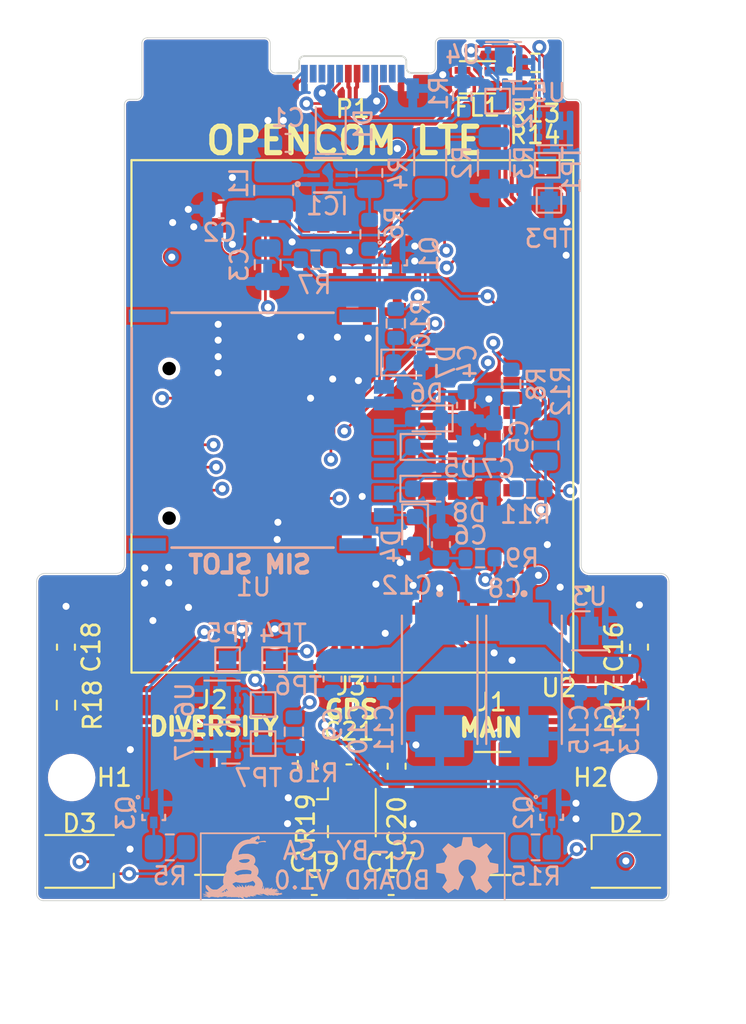
<source format=kicad_pcb>
(kicad_pcb (version 20221018) (generator pcbnew)

  (general
    (thickness 1.6)
  )

  (paper "A4")
  (layers
    (0 "F.Cu" signal)
    (1 "In1.Cu" signal)
    (2 "In2.Cu" signal)
    (31 "B.Cu" signal)
    (32 "B.Adhes" user "B.Adhesive")
    (33 "F.Adhes" user "F.Adhesive")
    (34 "B.Paste" user)
    (35 "F.Paste" user)
    (36 "B.SilkS" user "B.Silkscreen")
    (37 "F.SilkS" user "F.Silkscreen")
    (38 "B.Mask" user)
    (39 "F.Mask" user)
    (40 "Dwgs.User" user "User.Drawings")
    (41 "Cmts.User" user "User.Comments")
    (42 "Eco1.User" user "User.Eco1")
    (43 "Eco2.User" user "User.Eco2")
    (44 "Edge.Cuts" user)
    (45 "Margin" user)
    (46 "B.CrtYd" user "B.Courtyard")
    (47 "F.CrtYd" user "F.Courtyard")
    (48 "B.Fab" user)
    (49 "F.Fab" user)
    (50 "User.1" user)
    (51 "User.2" user)
    (52 "User.3" user)
    (53 "User.4" user)
    (54 "User.5" user)
    (55 "User.6" user)
    (56 "User.7" user)
    (57 "User.8" user)
    (58 "User.9" user)
  )

  (setup
    (stackup
      (layer "F.SilkS" (type "Top Silk Screen"))
      (layer "F.Paste" (type "Top Solder Paste"))
      (layer "F.Mask" (type "Top Solder Mask") (thickness 0.01))
      (layer "F.Cu" (type "copper") (thickness 0.035))
      (layer "dielectric 1" (type "prepreg") (thickness 0.1) (material "FR4") (epsilon_r 4.5) (loss_tangent 0.02))
      (layer "In1.Cu" (type "copper") (thickness 0.035))
      (layer "dielectric 2" (type "core") (thickness 1.24) (material "FR4") (epsilon_r 4.5) (loss_tangent 0.02))
      (layer "In2.Cu" (type "copper") (thickness 0.035))
      (layer "dielectric 3" (type "prepreg") (thickness 0.1) (material "FR4") (epsilon_r 4.5) (loss_tangent 0.02))
      (layer "B.Cu" (type "copper") (thickness 0.035))
      (layer "B.Mask" (type "Bottom Solder Mask") (thickness 0.01))
      (layer "B.Paste" (type "Bottom Solder Paste"))
      (layer "B.SilkS" (type "Bottom Silk Screen"))
      (copper_finish "None")
      (dielectric_constraints no)
    )
    (pad_to_mask_clearance 0)
    (pcbplotparams
      (layerselection 0x00010fc_ffffffff)
      (plot_on_all_layers_selection 0x0000000_00000000)
      (disableapertmacros false)
      (usegerberextensions false)
      (usegerberattributes true)
      (usegerberadvancedattributes true)
      (creategerberjobfile true)
      (dashed_line_dash_ratio 12.000000)
      (dashed_line_gap_ratio 3.000000)
      (svgprecision 4)
      (plotframeref false)
      (viasonmask false)
      (mode 1)
      (useauxorigin false)
      (hpglpennumber 1)
      (hpglpenspeed 20)
      (hpglpendiameter 15.000000)
      (dxfpolygonmode true)
      (dxfimperialunits true)
      (dxfusepcbnewfont true)
      (psnegative false)
      (psa4output false)
      (plotreference true)
      (plotvalue true)
      (plotinvisibletext false)
      (sketchpadsonfab false)
      (subtractmaskfromsilk false)
      (outputformat 1)
      (mirror false)
      (drillshape 1)
      (scaleselection 1)
      (outputdirectory "")
    )
  )

  (net 0 "")
  (net 1 "VBUS")
  (net 2 "GND")
  (net 3 "+3V8")
  (net 4 "/POWER_GOOD")
  (net 5 "/USIM_PRESENCE")
  (net 6 "/ANT_MAIN")
  (net 7 "/ANT_DIV")
  (net 8 "/ANT_GNSS")
  (net 9 "Net-(J3-In)")
  (net 10 "Net-(D1-A)")
  (net 11 "Net-(D2-K)")
  (net 12 "Net-(D3-K)")
  (net 13 "/USB_D+")
  (net 14 "/USB_D-")
  (net 15 "Net-(IC1-SW)")
  (net 16 "Net-(IC1-FB)")
  (net 17 "Net-(IC1-PG)")
  (net 18 "Net-(P1-CC)")
  (net 19 "unconnected-(P1-VCONN-PadB5)")
  (net 20 "Net-(Q1-B)")
  (net 21 "Net-(Q1-C)")
  (net 22 "/NETLIGHT")
  (net 23 "Net-(Q2-C)")
  (net 24 "/STATUS")
  (net 25 "Net-(Q3-C)")
  (net 26 "/USIM_RST")
  (net 27 "/USIM_CLK")
  (net 28 "/VDD_EXT")
  (net 29 "/USIM_DATA")
  (net 30 "Net-(R13-Pad1)")
  (net 31 "Net-(R14-Pad1)")
  (net 32 "Net-(R16-Pad2)")
  (net 33 "Net-(U2-DBG_TXD)")
  (net 34 "Net-(U2-DBG_RXD)")
  (net 35 "Net-(U2-USB_BOOT)")
  (net 36 "unconnected-(U1-VPP-PadC6)")
  (net 37 "unconnected-(U2-RESET_N-Pad17)")
  (net 38 "unconnected-(U2-PCM_DOUT-Pad7)")
  (net 39 "unconnected-(U2-PCM_DIN-Pad6)")
  (net 40 "unconnected-(U2-PCM_SYNC-Pad5)")
  (net 41 "unconnected-(U2-PCM_CLK-Pad4)")
  (net 42 "unconnected-(U2-RI-Pad39)")
  (net 43 "unconnected-(U2-DCD-Pad38)")
  (net 44 "unconnected-(U2-RTS-Pad37)")
  (net 45 "unconnected-(U2-CTS-Pad36)")
  (net 46 "unconnected-(U2-TXD-Pad35)")
  (net 47 "unconnected-(U2-RXD-Pad34)")
  (net 48 "unconnected-(U2-I2C_SCL-Pad40)")
  (net 49 "unconnected-(U2-I2C_SDA-Pad41)")
  (net 50 "unconnected-(U2-ADC0-Pad24)")
  (net 51 "unconnected-(U2-AP_READY-Pad19)")
  (net 52 "unconnected-(U2-DTR-Pad30)")
  (net 53 "unconnected-(U2-SPI_MISO-Pad28)")
  (net 54 "unconnected-(U2-SPI_MOSI-Pad27)")
  (net 55 "unconnected-(U2-SPI_CLK-Pad26)")
  (net 56 "unconnected-(U2-USIM2_RST-Pad85)")
  (net 57 "unconnected-(U2-USIM2_CLK-Pad84)")
  (net 58 "unconnected-(U2-USIM2_PRESENCE-Pad83)")
  (net 59 "unconnected-(U2-USIM2_DATA-Pad86)")
  (net 60 "unconnected-(U2-USIM2_VDD-Pad87)")
  (net 61 "/USIM_VDD")
  (net 62 "Net-(U1-RST)")
  (net 63 "Net-(U1-CLK)")
  (net 64 "Net-(U1-I{slash}O)")
  (net 65 "Net-(C17-Pad1)")
  (net 66 "Net-(C19-Pad1)")
  (net 67 "/USBC_D+")
  (net 68 "/USBC_D-")

  (footprint "CONSMA002-SMD:LINX_CONSMA002-SMD" (layer "F.Cu") (at 151.725 141.275))

  (footprint "Resistor_SMD:R_0603_1608Metric" (layer "F.Cu") (at 154.15 98.575 180))

  (footprint "Resistor_SMD:R_0603_1608Metric_Pad0.98x0.95mm_HandSolder" (layer "F.Cu") (at 160.05 135.1125 -90))

  (footprint "LED_SMD:LED_Cree-PLCC4_3.2x2.8mm_CCW" (layer "F.Cu") (at 128.2 144 180))

  (footprint "Capacitor_SMD:C_0603_1608Metric_Pad1.08x0.95mm_HandSolder" (layer "F.Cu") (at 146.25 138.5875 -90))

  (footprint "Resistor_SMD:R_0603_1608Metric_Pad0.98x0.95mm_HandSolder" (layer "F.Cu") (at 141.15 138.5375 -90))

  (footprint "Connector_USB:USB_C_Plug_Molex_105444" (layer "F.Cu") (at 143.75 99.15))

  (footprint "MountingHole:MountingHole_2.2mm_M2" (layer "F.Cu") (at 159.75 139.23))

  (footprint "LED_SMD:LED_Cree-PLCC4_3.2x2.8mm_CCW" (layer "F.Cu") (at 159.3 144))

  (footprint "CONSMA002-SMD:LINX_CONSMA002-SMD" (layer "F.Cu") (at 135.775 141.265))

  (footprint "Capacitor_SMD:C_0603_1608Metric_Pad1.08x0.95mm_HandSolder" (layer "F.Cu") (at 160.05 131.8125 90))

  (footprint "Capacitor_SMD:C_0603_1608Metric_Pad1.08x0.95mm_HandSolder" (layer "F.Cu") (at 141.5625 145.4))

  (footprint "Capacitor_SMD:C_0603_1608Metric_Pad1.08x0.95mm_HandSolder" (layer "F.Cu") (at 127.425 131.8125 90))

  (footprint "Capacitor_SMD:C_0603_1608Metric_Pad1.08x0.95mm_HandSolder" (layer "F.Cu") (at 145.9375 145.4 180))

  (footprint "Capacitor_SMD:C_0603_1608Metric_Pad1.08x0.95mm_HandSolder" (layer "F.Cu") (at 143.5375 137.975))

  (footprint "Resistor_SMD:R_0603_1608Metric_Pad0.98x0.95mm_HandSolder" (layer "F.Cu") (at 127.425 135.1125 -90))

  (footprint "MountingHole:MountingHole_2.2mm_M2" (layer "F.Cu") (at 127.75 139.23))

  (footprint "Resistor_SMD:R_0603_1608Metric" (layer "F.Cu") (at 154.15 100.05 180))

  (footprint "DLW21SN900SQ2L:FIL_DLW21SN900SQ2L" (layer "F.Cu") (at 150.85 99.4 180))

  (footprint "EG95:XCVR_EG95" (layer "F.Cu")
    (tstamp f851ed5b-4e23-405b-b1aa-e8d65dde7576)
    (at 143.73 118.685 180)
    (property "MANUFACTURER" "Quectel")
    (property "MAXIMUM_PACKAGE_HEIGHT" "2.5mm")
    (property "PARTREV" "1.5")
    (property "STANDARD" "Manufacturer Recommendations")
    (property "Sheetfile" "Roamer.kicad_sch")
    (property "Sheetname" "")
    (path "/e6a6b14f-fc94-4e9b-b34c-71e0e50cdc39")
    (attr smd)
    (fp_text reference "U2" (at -11.76 -15.445) (layer "F.SilkS")
        (effects (font (size 1 1) (thickness 0.153)))
      (tstamp 1d464947-5842-4187-a9bd-c30a4e55b624)
    )
    (fp_text value "EG95" (at -12.635 15.715) (layer "F.Fab")
        (effects (font (size 1 1) (thickness 0.15)))
      (tstamp 7b80973e-b338-4301-a0a8-35a68cefc798)
    )
    (fp_circle (center -5.95 -4.25) (end -5.478 -4.25)
      (stroke (width 0) (type solid)) (fill solid) (layer "F.Paste") (tstamp 67d3b74d-81a9-43e5-82a0-a58ecb94a205))
    (fp_circle (center -5.95 -2.55) (end -5.478 -2.55)
      (stroke (width 0) (type solid)) (fill solid) (layer "F.Paste") (tstamp 12d7749c-79c9-41a7-b0f5-19f3bfe17632))
    (fp_circle (center -5.95 -0.85) (end -5.478 -0.85)
      (stroke (width 0) (type solid)) (fill solid) (layer "F.Paste") (tstamp 4e384b70-bee1-4f3c-923a-35ca47ab2658))
    (fp_circle (center -5.95 0.85) (end -5.478 0.85)
      (stroke (width 0) (type solid)) (fill solid) (layer "F.Paste") (tstamp 6d05fc8f-1146-4558-87f4-124d02db3765))
    (fp_circle (center -5.95 2.55) (end -5.478 2.55)
      (stroke (width 0) (type solid)) (fill solid) (layer "F.Paste") (tstamp 357ed333-a131-4460-9f03-f99d16791163))
    (fp_circle (center -5.95 4.25) (end -5.478 4.25)
      (stroke (width 0) (type solid)) (fill solid) (layer "F.Paste") (tstamp 63f94867-3c9e-4667-930a-fee0f1e2ebe2))
    (fp_circle (center -4.25 -4.25) (end -3.778 -4.25)
      (stroke (width 0) (type solid)) (fill solid) (layer "F.Paste") (tstamp 13cc66c6-7510-4e83-a694-d08949b734e5))
    (fp_circle (center -4.25 -2.55) (end -3.778 -2.55)
      (stroke (width 0) (type solid)) (fill solid) (layer "F.Paste") (tstamp 8c7a9cf3-ddbd-4b7c-bebc-49031a5e6d73))
    (fp_circle (center -4.25 -0.85) (end -3.778 -0.85)
      (stroke (width 0) (type solid)) (fill solid) (layer "F.Paste") (tstamp 3d9d3b4e-af9b-4dbc-9336-c29b3746faba))
    (fp_circle (center -4.25 0.85) (end -3.778 0.85)
      (stroke (width 0) (type solid)) (fill solid) (layer "F.Paste") (tstamp 690ddcd6-4d8e-42c0-ad75-ff9db3797b01))
    (fp_circle (center -4.25 2.55) (end -3.778 2.55)
      (stroke (width 0) (type solid)) (fill solid) (layer "F.Paste") (tstamp 75b36f97-51b2-4f40-b557-750c42c33062))
    (fp_circle (center -4.25 4.25) (end -3.778 4.25)
      (stroke (width 0) (type solid)) (fill solid) (layer "F.Paste") (tstamp 4e758d36-1513-487c-9267-fc087fa18d60))
    (fp_circle (center -2.55 -7.65) (end -2.078 -7.65)
      (stroke (width 0) (type solid)) (fill solid) (layer "F.Paste") (tstamp 3633692c-49f1-42ca-94b0-b891b5a33b8a))
    (fp_circle (center -2.55 -5.95) (end -2.078 -5.95)
      (stroke (width 0) (type solid)) (fill solid) (layer "F.Paste") (tstamp daf7962a-2a44-472f-b9c9-8c84ea1849f8))
    (fp_circle (center -2.55 5.95) (end -2.078 5.95)
      (stroke (width 0) (type solid)) (fill solid) (layer "F.Paste") (tstamp 32fabbac-dc5d-4778-92ac-b5c62bce09fe))
    (fp_circle (center -2.55 7.65) (end -2.078 7.65)
      (stroke (width 0) (type solid)) (fill solid) (layer "F.Paste") (tstamp b9df1aa6-a689-4293-8753-7c59f8230178))
    (fp_circle (center -0.85 -7.65) (end -0.378 -7.65)
      (stroke (width 0) (type solid)) (fill solid) (layer "F.Paste") (tstamp 4d0be172-5136-470d-b73a-7a8cb51ed73c))
    (fp_circle (center -0.85 -5.95) (end -0.378 -5.95)
      (stroke (width 0) (type solid)) (fill solid) (layer "F.Paste") (tstamp e9ad7bc7-db7f-41e8-8090-37c9b439c87a))
    (fp_circle (center -0.85 5.95) (end -0.378 5.95)
      (stroke (width 0) (type solid)) (fill solid) (layer "F.Paste") (tstamp 4a30cd4e-e496-41e4-82a6-3686d3ecb188))
    (fp_circle (center -0.85 7.65) (end -0.378 7.65)
      (stroke (width 0) (type solid)) (fill solid) (layer "F.Paste") (tstamp 55b8e7ce-c026-444a-87d3-c25fb53b51c9))
    (fp_circle (center 0.85 -7.65) (end 1.322 -7.65)
      (stroke (width 0) (type solid)) (fill solid) (layer "F.Paste") (tstamp 32b20396-c9b0-4873-b9ba-fa2c66fc98d1))
    (fp_circle (center 0.85 -5.95) (end 1.322 -5.95)
      (stroke (width 0) (type solid)) (fill solid) (layer "F.Paste") (tstamp e03b0b90-06f2-4e0d-a234-628bf843efeb))
    (fp_circle (center 0.85 5.95) (end 1.322 5.95)
      (stroke (width 0) (type solid)) (fill solid) (layer "F.Paste") (tstamp 117ba3fd-2c95-455c-a1fb-79870f2b7c3e))
    (fp_circle (center 0.85 7.65) (end 1.322 7.65)
      (stroke (width 0) (type solid)) (fill solid) (layer "F.Paste") (tstamp 9cebe8bb-5944-4532-84f3-4db69cb5a267))
    (fp_circle (center 2.55 -7.65) (end 3.022 -7.65)
      (stroke (width 0) (type solid)) (fill solid) (layer "F.Paste") (tstamp 4591d32e-0bfd-40f2-a436-d8c4a8df7b9c))
    (fp_circle (center 2.55 -5.95) (end 3.022 -5.95)
      (stroke (width 0) (type solid)) (fill solid) (layer "F.Paste") (tstamp 27feb6eb-48a0-44e1-945e-be4be8aa40cb))
    (fp_circle (center 2.55 5.95) (end 3.022 5.95)
      (stroke (width 0) (type solid)) (fill solid) (layer "F.Paste") (tstamp d0d20436-b778-4fa3-9675-56b791c3d56f))
    (fp_circle (center 2.55 7.65) (end 3.022 7.65)
      (stroke (width 0) (type solid)) (fill solid) (layer "F.Paste") (tstamp defa867d-6b76-49c8-bb58-cf6b459a29a2))
    (fp_circle (center 4.25 -4.25) (end 4.722 -4.25)
      (stroke (width 0) (type solid)) (fill solid) (layer "F.Paste") (tstamp 025de2ef-81a6-402c-bdfe-0f3340f36076))
    (fp_circle (center 4.25 -2.55) (end 4.722 -2.55)
      (stroke (width 0) (type solid)) (fill solid) (layer "F.Paste") (tstamp 920f3030-f3a9-49d9-98b1-ba1e7a6cde5b))
    (fp_circle (center 4.25 -0.85) (end 4.722 -0.85)
      (stroke (width 0) (type solid)) (fill solid) (layer "F.Paste") (tstamp cf2d715c-b57e-4e29-b1b7-62efa84a9561))
    (fp_circle (center 4.25 0.85) (end 4.722 0.85)
      (stroke (width 0) (type solid)) (fill solid) (layer "F.Paste") (tstamp ca71414b-1dcf-458c-9ec7-99f7644ea8d3))
    (fp_circle (center 4.25 2.55) (end 4.722 2.55)
      (stroke (width 0) (type solid)) (fill solid) (layer "F.Paste") (tstamp c74df507-238b-4f61-b908-673a0ad914c0))
    (fp_circle (center 4.25 4.25) (end 4.722 4.25)
      (stroke (width 0) (type solid)) (fill solid) (layer "F.Paste") (tstamp 89941a95-52f2-4f01-b5ae-ea2ee97dc086))
    (fp_circle (center 5.95 -4.25) (end 6.422 -4.25)
      (stroke (width 0) (type solid)) (fill solid) (layer "F.Paste") (tstamp 464d7fed-1c31-488c-ad54-5f06dec5a552))
    (fp_circle (center 5.95 -2.55) (end 6.422 -2.55)
      (stroke (width 0) (type solid)) (fill solid) (layer "F.Paste") (tstamp 7989918b-1f57-4399-89ef-f58e0c36eb2c))
    (fp_circle (center 5.95 -0.85) (end 6.422 -0.85)
      (stroke (width 0) (type solid)) (fill solid) (layer "F.Paste") (tstamp 338601a2-47bf-49f9-ba85-32e5a710140d))
    (fp_circle (center 5.95 0.85) (end 6.422 0.85)
      (stroke (width 0) (type solid)) (fill solid) (layer "F.Paste") (tstamp 12da4203-b063-4a2b-968e-3657dc112560))
    (fp_circle (center 5.95 2.55) (end 6.422 2.55)
      (stroke (width 0) (type solid)) (fill solid) (layer "F.Paste") (tstamp 7f6528a6-3a92-4aca-ba64-fc076fca4400))
    (fp_circle (center 5.95 4.25) (end 6.422 4.25)
      (stroke (width 0) (type solid)) (fill solid) (layer "F.Paste") (tstamp faf3a879-e27f-4ff1-b81f-1530938d56fc))
    (fp_poly
      (pts
        (xy -11.66 -13.66)
        (xy -10.64 -13.66)
        (xy -10.64 -12.64)
        (xy -11.66 -12.64)
      )

      (stroke (width 0.01) (type solid)) (fill solid) (layer "F.Paste") (tstamp a4cf9f7c-fc80-4a6e-8aed-8618a06b9c70))
    (fp_poly
      (pts
        (xy -10.54 13.56)
        (xy -10.78 13.56)
        (xy -11.56 12.78)
        (xy -11.56 12.54)
        (xy -10.54 12.54)
      )

      (stroke (width 0.0001) (type solid)) (fill solid) (layer "F.Paste") (tstamp 36e8bdf4-fab0-480a-ae07-fd85752c3d27))
    (fp_poly
      (pts
        (xy -10.54 13.56)
        (xy -10.78 13.56)
        (xy -11.56 12.78)
        (xy -11.56 12.54)
        (xy -10.54 12.54)
      )

      (stroke (width 0.0001) (type solid)) (fill solid) (layer "F.Paste") (tstamp fb33d6b7-c026-42c4-b8ab-e0e13b2d656e))
    (fp_poly
      (pts
        (xy 10.54 -13.56)
        (xy 10.78 -13.56)
        (xy 11.56 -12.78)
        (xy 11.56 -12.54)
        (xy 10.54 -12.54)
      )

      (stroke (width 0.0001) (type solid)) (fill solid) (layer "F.Paste") (tstamp 74c62a22-a856-4ac7-bb7a-1febdc12e728))
    (fp_poly
      (pts
        (xy 10.54 13.56)
        (xy 10.78 13.56)
        (xy 11.56 12.78)
        (xy 11.56 12.54)
        (xy 10.54 12.54)
      )

      (stroke (width 0.0001) (type solid)) (fill solid) (layer "F.Paste") (tstamp c4360858-c8a5-42dc-836e-f31e91c33908))
    (fp_poly
      (pts
        (xy -9.525 -9.98)
        (xy -8.825 -9.98)
        (xy -8.819 -9.98)
        (xy -8.814 -9.979)
        (xy -8.808 -9.979)
        (xy -8.802 -9.978)
        (xy -8.797 -9.976)
        (xy -8.791 -9.975)
        (xy -8.786 -9.973)
        (xy -8.78 -9.97)
        (xy -8.775 -9.968)
        (xy -8.77 -9.965)
        (xy -8.765 -9.962)
        (xy -8.76 -9.959)
        (xy -8.756 -9.955)
        (xy -8.751 -9.952)
        (xy -8.747 -9.948)
        (xy -8.743 -9.944)
        (xy -8.74 -9.939)
        (xy -8.736 -9.935)
        (xy -8.733 -9.93)
        (xy -8.73 -9.925)
        (xy -8.727 -9.92)
        (xy -8.725 -9.915)
        (xy -8.722 -9.909)
        (xy -8.72 -9.904)
        (xy -8.719 -9.898)
        (xy -8.717 -9.893)
        (xy -8.716 -9.887)
        (xy -8.716 -9.881)
        (xy -8.715 -9.876)
        (xy -8.715 -9.87)
        (xy -8.715 -9.53)
        (xy -8.715 -9.524)
        (xy -8.716 -9.519)
        (xy -8.716 -9.513)
        (xy -8.717 -9.507)
        (xy -8.719 -9.502)
        (xy -8.72 -9.496)
        (xy -8.722 -9.491)
        (xy -8.725 -9.485)
        (xy -8.727 -9.48)
        (xy -8.73 -9.475)
        (xy -8.733 -9.47)
        (xy -8.736 -9.465)
        (xy -8.74 -9.461)
        (xy -8.743 -9.456)
        (xy -8.747 -9.452)
        (xy -8.751 -9.448)
        (xy -8.756 -9.445)
        (xy -8.76 -9.441)
        (xy -8.765 -9.438)
        (xy -8.77 -9.435)
        (xy -8.775 -9.432)
        (xy -8.78 -9.43)
        (xy -8.786 -9.427)
        (xy -8.791 -9.425)
        (xy -8.797 -9.424)
        (xy -8.802 -9.422)
        (xy -8.808 -9.421)
        (xy -8.814 -9.421)
        (xy -8.819 -9.42)
        (xy -8.825 -9.42)
        (xy -9.525 -9.42)
        (xy -9.531 -9.42)
        (xy -9.536 -9.421)
        (xy -9.542 -9.421)
        (xy -9.548 -9.422)
        (xy -9.553 -9.424)
        (xy -9.559 -9.425)
        (xy -9.564 -9.427)
        (xy -9.57 -9.43)
        (xy -9.575 -9.432)
        (xy -9.58 -9.435)
        (xy -9.585 -9.438)
        (xy -9.59 -9.441)
        (xy -9.594 -9.445)
        (xy -9.599 -9.448)
        (xy -9.603 -9.452)
        (xy -9.607 -9.456)
        (xy -9.61 -9.461)
        (xy -9.614 -9.465)
        (xy -9.617 -9.47)
        (xy -9.62 -9.475)
        (xy -9.623 -9.48)
        (xy -9.625 -9.485)
        (xy -9.628 -9.491)
        (xy -9.63 -9.496)
        (xy -9.631 -9.502)
        (xy -9.633 -9.507)
        (xy -9.634 -9.513)
        (xy -9.634 -9.519)
        (xy -9.635 -9.524)
        (xy -9.635 -9.53)
        (xy -9.635 -9.87)
        (xy -9.635 -9.876)
        (xy -9.634 -9.881)
        (xy -9.634 -9.887)
        (xy -9.633 -9.893)
        (xy -9.631 -9.898)
        (xy -9.63 -9.904)
        (xy -9.628 -9.909)
        (xy -9.625 -9.915)
        (xy -9.623 -9.92)
        (xy -9.62 -9.925)
        (xy -9.617 -9.93)
        (xy -9.614 -9.935)
        (xy -9.61 -9.939)
        (xy -9.607 -9.944)
        (xy -9.603 -9.948)
        (xy -9.599 -9.952)
        (xy -9.594 -9.955)
        (xy -9.59 -9.959)
        (xy -9.585 -9.962)
        (xy -9.58 -9.965)
        (xy -9.575 -9.968)
        (xy -9.57 -9.97)
        (xy -9.564 -9.973)
        (xy -9.559 -9.975)
        (xy -9.553 -9.976)
        (xy -9.548 -9.978)
        (xy -9.542 -9.979)
        (xy -9.536 -9.979)
        (xy -9.531 -9.98)
        (xy -9.525 -9.98)
      )

      (stroke (width 0.0001) (type solid)) (fill solid) (layer "F.Paste") (tstamp 381fb920-c57b-4d2c-bff1-181bec3e7f23))
    (fp_poly
      (pts
        (xy -9.525 -8.88)
        (xy -8.825 -8.88)
        (xy -8.819 -8.88)
        (xy -8.814 -8.879)
        (xy -8.808 -8.879)
        (xy -8.802 -8.878)
        (xy -8.797 -8.876)
        (xy -8.791 -8.875)
        (xy -8.786 -8.873)
        (xy -8.78 -8.87)
        (xy -8.775 -8.868)
        (xy -8.77 -8.865)
        (xy -8.765 -8.862)
        (xy -8.76 -8.859)
        (xy -8.756 -8.855)
        (xy -8.751 -8.852)
        (xy -8.747 -8.848)
        (xy -8.743 -8.844)
        (xy -8.74 -8.839)
        (xy -8.736 -8.835)
        (xy -8.733 -8.83)
        (xy -8.73 -8.825)
        (xy -8.727 -8.82)
        (xy -8.725 -8.815)
        (xy -8.722 -8.809)
        (xy -8.72 -8.804)
        (xy -8.719 -8.798)
        (xy -8.717 -8.793)
        (xy -8.716 -8.787)
        (xy -8.716 -8.781)
        (xy -8.715 -8.776)
        (xy -8.715 -8.77)
        (xy -8.715 -8.43)
        (xy -8.715 -8.424)
        (xy -8.716 -8.419)
        (xy -8.716 -8.413)
        (xy -8.717 -8.407)
        (xy -8.719 -8.402)
        (xy -8.72 -8.396)
        (xy -8.722 -8.391)
        (xy -8.725 -8.385)
        (xy -8.727 -8.38)
        (xy -8.73 -8.375)
        (xy -8.733 -8.37)
        (xy -8.736 -8.365)
        (xy -8.74 -8.361)
        (xy -8.743 -8.356)
        (xy -8.747 -8.352)
        (xy -8.751 -8.348)
        (xy -8.756 -8.345)
        (xy -8.76 -8.341)
        (xy -8.765 -8.338)
        (xy -8.77 -8.335)
        (xy -8.775 -8.332)
        (xy -8.78 -8.33)
        (xy -8.786 -8.327)
        (xy -8.791 -8.325)
        (xy -8.797 -8.324)
        (xy -8.802 -8.322)
        (xy -8.808 -8.321)
        (xy -8.814 -8.321)
        (xy -8.819 -8.32)
        (xy -8.825 -8.32)
        (xy -9.525 -8.32)
        (xy -9.531 -8.32)
        (xy -9.536 -8.321)
        (xy -9.542 -8.321)
        (xy -9.548 -8.322)
        (xy -9.553 -8.324)
        (xy -9.559 -8.325)
        (xy -9.564 -8.327)
        (xy -9.57 -8.33)
        (xy -9.575 -8.332)
        (xy -9.58 -8.335)
        (xy -9.585 -8.338)
        (xy -9.59 -8.341)
        (xy -9.594 -8.345)
        (xy -9.599 -8.348)
        (xy -9.603 -8.352)
        (xy -9.607 -8.356)
        (xy -9.61 -8.361)
        (xy -9.614 -8.365)
        (xy -9.617 -8.37)
        (xy -9.62 -8.375)
        (xy -9.623 -8.38)
        (xy -9.625 -8.385)
        (xy -9.628 -8.391)
        (xy -9.63 -8.396)
        (xy -9.631 -8.402)
        (xy -9.633 -8.407)
        (xy -9.634 -8.413)
        (xy -9.634 -8.419)
        (xy -9.635 -8.424)
        (xy -9.635 -8.43)
        (xy -9.635 -8.77)
        (xy -9.635 -8.776)
        (xy -9.634 -8.781)
        (xy -9.634 -8.787)
        (xy -9.633 -8.793)
        (xy -9.631 -8.798)
        (xy -9.63 -8.804)
        (xy -9.628 -8.809)
        (xy -9.625 -8.815)
        (xy -9.623 -8.82)
        (xy -9.62 -8.825)
        (xy -9.617 -8.83)
        (xy -9.614 -8.835)
        (xy -9.61 -8.839)
        (xy -9.607 -8.844)
        (xy -9.603 -8.848)
        (xy -9.599 -8.852)
        (xy -9.594 -8.855)
        (xy -9.59 -8.859)
        (xy -9.585 -8.862)
        (xy -9.58 -8.865)
        (xy -9.575 -8.868)
        (xy -9.57 -8.87)
        (xy -9.564 -8.873)
        (xy -9.559 -8.875)
        (xy -9.553 -8.876)
        (xy -9.548 -8.878)
        (xy -9.542 -8.879)
        (xy -9.536 -8.879)
        (xy -9.531 -8.88)
        (xy -9.525 -8.88)
      )

      (stroke (width 0.0001) (type solid)) (fill solid) (layer "F.Paste") (tstamp 15a79106-df97-4493-8a49-601ca5566463))
    (fp_poly
      (pts
        (xy -9.525 -7.78)
        (xy -8.825 -7.78)
        (xy -8.819 -7.78)
        (xy -8.814 -7.779)
        (xy -8.808 -7.779)
        (xy -8.802 -7.778)
        (xy -8.797 -7.776)
        (xy -8.791 -7.775)
        (xy -8.786 -7.773)
        (xy -8.78 -7.77)
        (xy -8.775 -7.768)
        (xy -8.77 -7.765)
        (xy -8.765 -7.762)
        (xy -8.76 -7.759)
        (xy -8.756 -7.755)
        (xy -8.751 -7.752)
        (xy -8.747 -7.748)
        (xy -8.743 -7.744)
        (xy -8.74 -7.739)
        (xy -8.736 -7.735)
        (xy -8.733 -7.73)
        (xy -8.73 -7.725)
        (xy -8.727 -7.72)
        (xy -8.725 -7.715)
        (xy -8.722 -7.709)
        (xy -8.72 -7.704)
        (xy -8.719 -7.698)
        (xy -8.717 -7.693)
        (xy -8.716 -7.687)
        (xy -8.716 -7.681)
        (xy -8.715 -7.676)
        (xy -8.715 -7.67)
        (xy -8.715 -7.33)
        (xy -8.715 -7.324)
        (xy -8.716 -7.319)
        (xy -8.716 -7.313)
        (xy -8.717 -7.307)
        (xy -8.719 -7.302)
        (xy -8.72 -7.296)
        (xy -8.722 -7.291)
        (xy -8.725 -7.285)
        (xy -8.727 -7.28)
        (xy -8.73 -7.275)
        (xy -8.733 -7.27)
        (xy -8.736 -7.265)
        (xy -8.74 -7.261)
        (xy -8.743 -7.256)
        (xy -8.747 -7.252)
        (xy -8.751 -7.248)
        (xy -8.756 -7.245)
        (xy -8.76 -7.241)
        (xy -8.765 -7.238)
        (xy -8.77 -7.235)
        (xy -8.775 -7.232)
        (xy -8.78 -7.23)
        (xy -8.786 -7.227)
        (xy -8.791 -7.225)
        (xy -8.797 -7.224)
        (xy -8.802 -7.222)
        (xy -8.808 -7.221)
        (xy -8.814 -7.221)
        (xy -8.819 -7.22)
        (xy -8.825 -7.22)
        (xy -9.525 -7.22)
        (xy -9.531 -7.22)
        (xy -9.536 -7.221)
        (xy -9.542 -7.221)
        (xy -9.548 -7.222)
        (xy -9.553 -7.224)
        (xy -9.559 -7.225)
        (xy -9.564 -7.227)
        (xy -9.57 -7.23)
        (xy -9.575 -7.232)
        (xy -9.58 -7.235)
        (xy -9.585 -7.238)
        (xy -9.59 -7.241)
        (xy -9.594 -7.245)
        (xy -9.599 -7.248)
        (xy -9.603 -7.252)
        (xy -9.607 -7.256)
        (xy -9.61 -7.261)
        (xy -9.614 -7.265)
        (xy -9.617 -7.27)
        (xy -9.62 -7.275)
        (xy -9.623 -7.28)
        (xy -9.625 -7.285)
        (xy -9.628 -7.291)
        (xy -9.63 -7.296)
        (xy -9.631 -7.302)
        (xy -9.633 -7.307)
        (xy -9.634 -7.313)
        (xy -9.634 -7.319)
        (xy -9.635 -7.324)
        (xy -9.635 -7.33)
        (xy -9.635 -7.67)
        (xy -9.635 -7.676)
        (xy -9.634 -7.681)
        (xy -9.634 -7.687)
        (xy -9.633 -7.693)
        (xy -9.631 -7.698)
        (xy -9.63 -7.704)
        (xy -9.628 -7.709)
        (xy -9.625 -7.715)
        (xy -9.623 -7.72)
        (xy -9.62 -7.725)
        (xy -9.617 -7.73)
        (xy -9.614 -7.735)
        (xy -9.61 -7.739)
        (xy -9.607 -7.744)
        (xy -9.603 -7.748)
        (xy -9.599 -7.752)
        (xy -9.594 -7.755)
        (xy -9.59 -7.759)
        (xy -9.585 -7.762)
        (xy -9.58 -7.765)
        (xy -9.575 -7.768)
        (xy -9.57 -7.77)
        (xy -9.564 -7.773)
        (xy -9.559 -7.775)
        (xy -9.553 -7.776)
        (xy -9.548 -7.778)
        (xy -9.542 -7.779)
        (xy -9.536 -7.779)
        (xy -9.531 -7.78)
        (xy -9.525 -7.78)
      )

      (stroke (width 0.0001) (type solid)) (fill solid) (layer "F.Paste") (tstamp 0c575af3-6ed1-46a3-bfde-38643bb7e524))
    (fp_poly
      (pts
        (xy -9.525 -6.68)
        (xy -8.825 -6.68)
        (xy -8.819 -6.68)
        (xy -8.814 -6.679)
        (xy -8.808 -6.679)
        (xy -8.802 -6.678)
        (xy -8.797 -6.676)
        (xy -8.791 -6.675)
        (xy -8.786 -6.673)
        (xy -8.78 -6.67)
        (xy -8.775 -6.668)
        (xy -8.77 -6.665)
        (xy -8.765 -6.662)
        (xy -8.76 -6.659)
        (xy -8.756 -6.655)
        (xy -8.751 -6.652)
        (xy -8.747 -6.648)
        (xy -8.743 -6.644)
        (xy -8.74 -6.639)
        (xy -8.736 -6.635)
        (xy -8.733 -6.63)
        (xy -8.73 -6.625)
        (xy -8.727 -6.62)
        (xy -8.725 -6.615)
        (xy -8.722 -6.609)
        (xy -8.72 -6.604)
        (xy -8.719 -6.598)
        (xy -8.717 -6.593)
        (xy -8.716 -6.587)
        (xy -8.716 -6.581)
        (xy -8.715 -6.576)
        (xy -8.715 -6.57)
        (xy -8.715 -6.23)
        (xy -8.715 -6.224)
        (xy -8.716 -6.219)
        (xy -8.716 -6.213)
        (xy -8.717 -6.207)
        (xy -8.719 -6.202)
        (xy -8.72 -6.196)
        (xy -8.722 -6.191)
        (xy -8.725 -6.185)
        (xy -8.727 -6.18)
        (xy -8.73 -6.175)
        (xy -8.733 -6.17)
        (xy -8.736 -6.165)
        (xy -8.74 -6.161)
        (xy -8.743 -6.156)
        (xy -8.747 -6.152)
        (xy -8.751 -6.148)
        (xy -8.756 -6.145)
        (xy -8.76 -6.141)
        (xy -8.765 -6.138)
        (xy -8.77 -6.135)
        (xy -8.775 -6.132)
        (xy -8.78 -6.13)
        (xy -8.786 -6.127)
        (xy -8.791 -6.125)
        (xy -8.797 -6.124)
        (xy -8.802 -6.122)
        (xy -8.808 -6.121)
        (xy -8.814 -6.121)
        (xy -8.819 -6.12)
        (xy -8.825 -6.12)
        (xy -9.525 -6.12)
        (xy -9.531 -6.12)
        (xy -9.536 -6.121)
        (xy -9.542 -6.121)
        (xy -9.548 -6.122)
        (xy -9.553 -6.124)
        (xy -9.559 -6.125)
        (xy -9.564 -6.127)
        (xy -9.57 -6.13)
        (xy -9.575 -6.132)
        (xy -9.58 -6.135)
        (xy -9.585 -6.138)
        (xy -9.59 -6.141)
        (xy -9.594 -6.145)
        (xy -9.599 -6.148)
        (xy -9.603 -6.152)
        (xy -9.607 -6.156)
        (xy -9.61 -6.161)
        (xy -9.614 -6.165)
        (xy -9.617 -6.17)
        (xy -9.62 -6.175)
        (xy -9.623 -6.18)
        (xy -9.625 -6.185)
        (xy -9.628 -6.191)
        (xy -9.63 -6.196)
        (xy -9.631 -6.202)
        (xy -9.633 -6.207)
        (xy -9.634 -6.213)
        (xy -9.634 -6.219)
        (xy -9.635 -6.224)
        (xy -9.635 -6.23)
        (xy -9.635 -6.57)
        (xy -9.635 -6.576)
        (xy -9.634 -6.581)
        (xy -9.634 -6.587)
        (xy -9.633 -6.593)
        (xy -9.631 -6.598)
        (xy -9.63 -6.604)
        (xy -9.628 -6.609)
        (xy -9.625 -6.615)
        (xy -9.623 -6.62)
        (xy -9.62 -6.625)
        (xy -9.617 -6.63)
        (xy -9.614 -6.635)
        (xy -9.61 -6.639)
        (xy -9.607 -6.644)
        (xy -9.603 -6.648)
        (xy -9.599 -6.652)
        (xy -9.594 -6.655)
        (xy -9.59 -6.659)
        (xy -9.585 -6.662)
        (xy -9.58 -6.665)
        (xy -9.575 -6.668)
        (xy -9.57 -6.67)
        (xy -9.564 -6.673)
        (xy -9.559 -6.675)
        (xy -9.553 -6.676)
        (xy -9.548 -6.678)
        (xy -9.542 -6.679)
        (xy -9.536 -6.679)
        (xy -9.531 -6.68)
        (xy -9.525 -6.68)
      )

      (stroke (width 0.0001) (type solid)) (fill solid) (layer "F.Paste") (tstamp 4a9d6eca-1bec-49f3-8d4a-6444aca6165c))
    (fp_poly
      (pts
        (xy -9.525 -5.58)
        (xy -8.825 -5.58)
        (xy -8.819 -5.58)
        (xy -8.814 -5.579)
        (xy -8.808 -5.579)
        (xy -8.802 -5.578)
        (xy -8.797 -5.576)
        (xy -8.791 -5.575)
        (xy -8.786 -5.573)
        (xy -8.78 -5.57)
        (xy -8.775 -5.568)
        (xy -8.77 -5.565)
        (xy -8.765 -5.562)
        (xy -8.76 -5.559)
        (xy -8.756 -5.555)
        (xy -8.751 -5.552)
        (xy -8.747 -5.548)
        (xy -8.743 -5.544)
        (xy -8.74 -5.539)
        (xy -8.736 -5.535)
        (xy -8.733 -5.53)
        (xy -8.73 -5.525)
        (xy -8.727 -5.52)
        (xy -8.725 -5.515)
        (xy -8.722 -5.509)
        (xy -8.72 -5.504)
        (xy -8.719 -5.498)
        (xy -8.717 -5.493)
        (xy -8.716 -5.487)
        (xy -8.716 -5.481)
        (xy -8.715 -5.476)
        (xy -8.715 -5.47)
        (xy -8.715 -5.13)
        (xy -8.715 -5.124)
        (xy -8.716 -5.119)
        (xy -8.716 -5.113)
        (xy -8.717 -5.107)
        (xy -8.719 -5.102)
        (xy -8.72 -5.096)
        (xy -8.722 -5.091)
        (xy -8.725 -5.085)
        (xy -8.727 -5.08)
        (xy -8.73 -5.075)
        (xy -8.733 -5.07)
        (xy -8.736 -5.065)
        (xy -8.74 -5.061)
        (xy -8.743 -5.056)
        (xy -8.747 -5.052)
        (xy -8.751 -5.048)
        (xy -8.756 -5.045)
        (xy -8.76 -5.041)
        (xy -8.765 -5.038)
        (xy -8.77 -5.035)
        (xy -8.775 -5.032)
        (xy -8.78 -5.03)
        (xy -8.786 -5.027)
        (xy -8.791 -5.025)
        (xy -8.797 -5.024)
        (xy -8.802 -5.022)
        (xy -8.808 -5.021)
        (xy -8.814 -5.021)
        (xy -8.819 -5.02)
        (xy -8.825 -5.02)
        (xy -9.525 -5.02)
        (xy -9.531 -5.02)
        (xy -9.536 -5.021)
        (xy -9.542 -5.021)
        (xy -9.548 -5.022)
        (xy -9.553 -5.024)
        (xy -9.559 -5.025)
        (xy -9.564 -5.027)
        (xy -9.57 -5.03)
        (xy -9.575 -5.032)
        (xy -9.58 -5.035)
        (xy -9.585 -5.038)
        (xy -9.59 -5.041)
        (xy -9.594 -5.045)
        (xy -9.599 -5.048)
        (xy -9.603 -5.052)
        (xy -9.607 -5.056)
        (xy -9.61 -5.061)
        (xy -9.614 -5.065)
        (xy -9.617 -5.07)
        (xy -9.62 -5.075)
        (xy -9.623 -5.08)
        (xy -9.625 -5.085)
        (xy -9.628 -5.091)
        (xy -9.63 -5.096)
        (xy -9.631 -5.102)
        (xy -9.633 -5.107)
        (xy -9.634 -5.113)
        (xy -9.634 -5.119)
        (xy -9.635 -5.124)
        (xy -9.635 -5.13)
        (xy -9.635 -5.47)
        (xy -9.635 -5.476)
        (xy -9.634 -5.481)
        (xy -9.634 -5.487)
        (xy -9.633 -5.493)
        (xy -9.631 -5.498)
        (xy -9.63 -5.504)
        (xy -9.628 -5.509)
        (xy -9.625 -5.515)
        (xy -9.623 -5.52)
        (xy -9.62 -5.525)
        (xy -9.617 -5.53)
        (xy -9.614 -5.535)
        (xy -9.61 -5.539)
        (xy -9.607 -5.544)
        (xy -9.603 -5.548)
        (xy -9.599 -5.552)
        (xy -9.594 -5.555)
        (xy -9.59 -5.559)
        (xy -9.585 -5.562)
        (xy -9.58 -5.565)
        (xy -9.575 -5.568)
        (xy -9.57 -5.57)
        (xy -9.564 -5.573)
        (xy -9.559 -5.575)
        (xy -9.553 -5.576)
        (xy -9.548 -5.578)
        (xy -9.542 -5.579)
        (xy -9.536 -5.579)
        (xy -9.531 -5.58)
        (xy -9.525 -5.58)
      )

      (stroke (width 0.0001) (type solid)) (fill solid) (layer "F.Paste") (tstamp e40f3414-f91c-4fbd-a4de-8dc5493441cf))
    (fp_poly
      (pts
        (xy -9.525 -4.48)
        (xy -8.825 -4.48)
        (xy -8.819 -4.48)
        (xy -8.814 -4.479)
        (xy -8.808 -4.479)
        (xy -8.802 -4.478)
        (xy -8.797 -4.476)
        (xy -8.791 -4.475)
        (xy -8.786 -4.473)
        (xy -8.78 -4.47)
        (xy -8.775 -4.468)
        (xy -8.77 -4.465)
        (xy -8.765 -4.462)
        (xy -8.76 -4.459)
        (xy -8.756 -4.455)
        (xy -8.751 -4.452)
        (xy -8.747 -4.448)
        (xy -8.743 -4.444)
        (xy -8.74 -4.439)
        (xy -8.736 -4.435)
        (xy -8.733 -4.43)
        (xy -8.73 -4.425)
        (xy -8.727 -4.42)
        (xy -8.725 -4.415)
        (xy -8.722 -4.409)
        (xy -8.72 -4.404)
        (xy -8.719 -4.398)
        (xy -8.717 -4.393)
        (xy -8.716 -4.387)
        (xy -8.716 -4.381)
        (xy -8.715 -4.376)
        (xy -8.715 -4.37)
        (xy -8.715 -4.03)
        (xy -8.715 -4.024)
        (xy -8.716 -4.019)
        (xy -8.716 -4.013)
        (xy -8.717 -4.007)
        (xy -8.719 -4.002)
        (xy -8.72 -3.996)
        (xy -8.722 -3.991)
        (xy -8.725 -3.985)
        (xy -8.727 -3.98)
        (xy -8.73 -3.975)
        (xy -8.733 -3.97)
        (xy -8.736 -3.965)
        (xy -8.74 -3.961)
        (xy -8.743 -3.956)
        (xy -8.747 -3.952)
        (xy -8.751 -3.948)
        (xy -8.756 -3.945)
        (xy -8.76 -3.941)
        (xy -8.765 -3.938)
        (xy -8.77 -3.935)
        (xy -8.775 -3.932)
        (xy -8.78 -3.93)
        (xy -8.786 -3.927)
        (xy -8.791 -3.925)
        (xy -8.797 -3.924)
        (xy -8.802 -3.922)
        (xy -8.808 -3.921)
        (xy -8.814 -3.921)
        (xy -8.819 -3.92)
        (xy -8.825 -3.92)
        (xy -9.525 -3.92)
        (xy -9.531 -3.92)
        (xy -9.536 -3.921)
        (xy -9.542 -3.921)
        (xy -9.548 -3.922)
        (xy -9.553 -3.924)
        (xy -9.559 -3.925)
        (xy -9.564 -3.927)
        (xy -9.57 -3.93)
        (xy -9.575 -3.932)
        (xy -9.58 -3.935)
        (xy -9.585 -3.938)
        (xy -9.59 -3.941)
        (xy -9.594 -3.945)
        (xy -9.599 -3.948)
        (xy -9.603 -3.952)
        (xy -9.607 -3.956)
        (xy -9.61 -3.961)
        (xy -9.614 -3.965)
        (xy -9.617 -3.97)
        (xy -9.62 -3.975)
        (xy -9.623 -3.98)
        (xy -9.625 -3.985)
        (xy -9.628 -3.991)
        (xy -9.63 -3.996)
        (xy -9.631 -4.002)
        (xy -9.633 -4.007)
        (xy -9.634 -4.013)
        (xy -9.634 -4.019)
        (xy -9.635 -4.024)
        (xy -9.635 -4.03)
        (xy -9.635 -4.37)
        (xy -9.635 -4.376)
        (xy -9.634 -4.381)
        (xy -9.634 -4.387)
        (xy -9.633 -4.393)
        (xy -9.631 -4.398)
        (xy -9.63 -4.404)
        (xy -9.628 -4.409)
        (xy -9.625 -4.415)
        (xy -9.623 -4.42)
        (xy -9.62 -4.425)
        (xy -9.617 -4.43)
        (xy -9.614 -4.435)
        (xy -9.61 -4.439)
        (xy -9.607 -4.444)
        (xy -9.603 -4.448)
        (xy -9.599 -4.452)
        (xy -9.594 -4.455)
        (xy -9.59 -4.459)
        (xy -9.585 -4.462)
        (xy -9.58 -4.465)
        (xy -9.575 -4.468)
        (xy -9.57 -4.47)
        (xy -9.564 -4.473)
        (xy -9.559 -4.475)
        (xy -9.553 -4.476)
        (xy -9.548 -4.478)
        (xy -9.542 -4.479)
        (xy -9.536 -4.479)
        (xy -9.531 -4.48)
        (xy -9.525 -4.48)
      )

      (stroke (width 0.0001) (type solid)) (fill solid) (layer "F.Paste") (tstamp 632251aa-57d5-41fd-a286-0fe541e8b458))
    (fp_poly
      (pts
        (xy -9.525 -3.38)
        (xy -8.825 -3.38)
        (xy -8.819 -3.38)
        (xy -8.814 -3.379)
        (xy -8.808 -3.379)
        (xy -8.802 -3.378)
        (xy -8.797 -3.376)
        (xy -8.791 -3.375)
        (xy -8.786 -3.373)
        (xy -8.78 -3.37)
        (xy -8.775 -3.368)
        (xy -8.77 -3.365)
        (xy -8.765 -3.362)
        (xy -8.76 -3.359)
        (xy -8.756 -3.355)
        (xy -8.751 -3.352)
        (xy -8.747 -3.348)
        (xy -8.743 -3.344)
        (xy -8.74 -3.339)
        (xy -8.736 -3.335)
        (xy -8.733 -3.33)
        (xy -8.73 -3.325)
        (xy -8.727 -3.32)
        (xy -8.725 -3.315)
        (xy -8.722 -3.309)
        (xy -8.72 -3.304)
        (xy -8.719 -3.298)
        (xy -8.717 -3.293)
        (xy -8.716 -3.287)
        (xy -8.716 -3.281)
        (xy -8.715 -3.276)
        (xy -8.715 -3.27)
        (xy -8.715 -2.93)
        (xy -8.715 -2.924)
        (xy -8.716 -2.919)
        (xy -8.716 -2.913)
        (xy -8.717 -2.907)
        (xy -8.719 -2.902)
        (xy -8.72 -2.896)
        (xy -8.722 -2.891)
        (xy -8.725 -2.885)
        (xy -8.727 -2.88)
        (xy -8.73 -2.875)
        (xy -8.733 -2.87)
        (xy -8.736 -2.865)
        (xy -8.74 -2.861)
        (xy -8.743 -2.856)
        (xy -8.747 -2.852)
        (xy -8.751 -2.848)
        (xy -8.756 -2.845)
        (xy -8.76 -2.841)
        (xy -8.765 -2.838)
        (xy -8.77 -2.835)
        (xy -8.775 -2.832)
        (xy -8.78 -2.83)
        (xy -8.786 -2.827)
        (xy -8.791 -2.825)
        (xy -8.797 -2.824)
        (xy -8.802 -2.822)
        (xy -8.808 -2.821)
        (xy -8.814 -2.821)
        (xy -8.819 -2.82)
        (xy -8.825 -2.82)
        (xy -9.525 -2.82)
        (xy -9.531 -2.82)
        (xy -9.536 -2.821)
        (xy -9.542 -2.821)
        (xy -9.548 -2.822)
        (xy -9.553 -2.824)
        (xy -9.559 -2.825)
        (xy -9.564 -2.827)
        (xy -9.57 -2.83)
        (xy -9.575 -2.832)
        (xy -9.58 -2.835)
        (xy -9.585 -2.838)
        (xy -9.59 -2.841)
        (xy -9.594 -2.845)
        (xy -9.599 -2.848)
        (xy -9.603 -2.852)
        (xy -9.607 -2.856)
        (xy -9.61 -2.861)
        (xy -9.614 -2.865)
        (xy -9.617 -2.87)
        (xy -9.62 -2.875)
        (xy -9.623 -2.88)
        (xy -9.625 -2.885)
        (xy -9.628 -2.891)
        (xy -9.63 -2.896)
        (xy -9.631 -2.902)
        (xy -9.633 -2.907)
        (xy -9.634 -2.913)
        (xy -9.634 -2.919)
        (xy -9.635 -2.924)
        (xy -9.635 -2.93)
        (xy -9.635 -3.27)
        (xy -9.635 -3.276)
        (xy -9.634 -3.281)
        (xy -9.634 -3.287)
        (xy -9.633 -3.293)
        (xy -9.631 -3.298)
        (xy -9.63 -3.304)
        (xy -9.628 -3.309)
        (xy -9.625 -3.315)
        (xy -9.623 -3.32)
        (xy -9.62 -3.325)
        (xy -9.617 -3.33)
        (xy -9.614 -3.335)
        (xy -9.61 -3.339)
        (xy -9.607 -3.344)
        (xy -9.603 -3.348)
        (xy -9.599 -3.352)
        (xy -9.594 -3.355)
        (xy -9.59 -3.359)
        (xy -9.585 -3.362)
        (xy -9.58 -3.365)
        (xy -9.575 -3.368)
        (xy -9.57 -3.37)
        (xy -9.564 -3.373)
        (xy -9.559 -3.375)
        (xy -9.553 -3.376)
        (xy -9.548 -3.378)
        (xy -9.542 -3.379)
        (xy -9.536 -3.379)
        (xy -9.531 -3.38)
        (xy -9.525 -3.38)
      )

      (stroke (width 0.0001) (type solid)) (fill solid) (layer "F.Paste") (tstamp 165f453a-045e-47a7-9b07-2475fb0ac687))
    (fp_poly
      (pts
        (xy -9.525 -2.28)
        (xy -8.825 -2.28)
        (xy -8.819 -2.28)
        (xy -8.814 -2.279)
        (xy -8.808 -2.279)
        (xy -8.802 -2.278)
        (xy -8.797 -2.276)
        (xy -8.791 -2.275)
        (xy -8.786 -2.273)
        (xy -8.78 -2.27)
        (xy -8.775 -2.268)
        (xy -8.77 -2.265)
        (xy -8.765 -2.262)
        (xy -8.76 -2.259)
        (xy -8.756 -2.255)
        (xy -8.751 -2.252)
        (xy -8.747 -2.248)
        (xy -8.743 -2.244)
        (xy -8.74 -2.239)
        (xy -8.736 -2.235)
        (xy -8.733 -2.23)
        (xy -8.73 -2.225)
        (xy -8.727 -2.22)
        (xy -8.725 -2.215)
        (xy -8.722 -2.209)
        (xy -8.72 -2.204)
        (xy -8.719 -2.198)
        (xy -8.717 -2.193)
        (xy -8.716 -2.187)
        (xy -8.716 -2.181)
        (xy -8.715 -2.176)
        (xy -8.715 -2.17)
        (xy -8.715 -1.83)
        (xy -8.715 -1.824)
        (xy -8.716 -1.819)
        (xy -8.716 -1.813)
        (xy -8.717 -1.807)
        (xy -8.719 -1.802)
        (xy -8.72 -1.796)
        (xy -8.722 -1.791)
        (xy -8.725 -1.785)
        (xy -8.727 -1.78)
        (xy -8.73 -1.775)
        (xy -8.733 -1.77)
        (xy -8.736 -1.765)
        (xy -8.74 -1.761)
        (xy -8.743 -1.756)
        (xy -8.747 -1.752)
        (xy -8.751 -1.748)
        (xy -8.756 -1.745)
        (xy -8.76 -1.741)
        (xy -8.765 -1.738)
        (xy -8.77 -1.735)
        (xy -8.775 -1.732)
        (xy -8.78 -1.73)
        (xy -8.786 -1.727)
        (xy -8.791 -1.725)
        (xy -8.797 -1.724)
        (xy -8.802 -1.722)
        (xy -8.808 -1.721)
        (xy -8.814 -1.721)
        (xy -8.819 -1.72)
        (xy -8.825 -1.72)
        (xy -9.525 -1.72)
        (xy -9.531 -1.72)
        (xy -9.536 -1.721)
        (xy -9.542 -1.721)
        (xy -9.548 -1.722)
        (xy -9.553 -1.724)
        (xy -9.559 -1.725)
        (xy -9.564 -1.727)
        (xy -9.57 -1.73)
        (xy -9.575 -1.732)
        (xy -9.58 -1.735)
        (xy -9.585 -1.738)
        (xy -9.59 -1.741)
        (xy -9.594 -1.745)
        (xy -9.599 -1.748)
        (xy -9.603 -1.752)
        (xy -9.607 -1.756)
        (xy -9.61 -1.761)
        (xy -9.614 -1.765)
        (xy -9.617 -1.77)
        (xy -9.62 -1.775)
        (xy -9.623 -1.78)
        (xy -9.625 -1.785)
        (xy -9.628 -1.791)
        (xy -9.63 -1.796)
        (xy -9.631 -1.802)
        (xy -9.633 -1.807)
        (xy -9.634 -1.813)
        (xy -9.634 -1.819)
        (xy -9.635 -1.824)
        (xy -9.635 -1.83)
        (xy -9.635 -2.17)
        (xy -9.635 -2.176)
        (xy -9.634 -2.181)
        (xy -9.634 -2.187)
        (xy -9.633 -2.193)
        (xy -9.631 -2.198)
        (xy -9.63 -2.204)
        (xy -9.628 -2.209)
        (xy -9.625 -2.215)
        (xy -9.623 -2.22)
        (xy -9.62 -2.225)
        (xy -9.617 -2.23)
        (xy -9.614 -2.235)
        (xy -9.61 -2.239)
        (xy -9.607 -2.244)
        (xy -9.603 -2.248)
        (xy -9.599 -2.252)
        (xy -9.594 -2.255)
        (xy -9.59 -2.259)
        (xy -9.585 -2.262)
        (xy -9.58 -2.265)
        (xy -9.575 -2.268)
        (xy -9.57 -2.27)
        (xy -9.564 -2.273)
        (xy -9.559 -2.275)
        (xy -9.553 -2.276)
        (xy -9.548 -2.278)
        (xy -9.542 -2.279)
        (xy -9.536 -2.279)
        (xy -9.531 -2.28)
        (xy -9.525 -2.28)
      )

      (stroke (width 0.0001) (type solid)) (fill solid) (layer "F.Paste") (tstamp cb1c1cbf-eb5c-4e30-88f9-10cfafcf0427))
    (fp_poly
      (pts
        (xy -9.525 -1.18)
        (xy -8.825 -1.18)
        (xy -8.819 -1.18)
        (xy -8.814 -1.179)
        (xy -8.808 -1.179)
        (xy -8.802 -1.178)
        (xy -8.797 -1.176)
        (xy -8.791 -1.175)
        (xy -8.786 -1.173)
        (xy -8.78 -1.17)
        (xy -8.775 -1.168)
        (xy -8.77 -1.165)
        (xy -8.765 -1.162)
        (xy -8.76 -1.159)
        (xy -8.756 -1.155)
        (xy -8.751 -1.152)
        (xy -8.747 -1.148)
        (xy -8.743 -1.144)
        (xy -8.74 -1.139)
        (xy -8.736 -1.135)
        (xy -8.733 -1.13)
        (xy -8.73 -1.125)
        (xy -8.727 -1.12)
        (xy -8.725 -1.115)
        (xy -8.722 -1.109)
        (xy -8.72 -1.104)
        (xy -8.719 -1.098)
        (xy -8.717 -1.093)
        (xy -8.716 -1.087)
        (xy -8.716 -1.081)
        (xy -8.715 -1.076)
        (xy -8.715 -1.07)
        (xy -8.715 -0.73)
        (xy -8.715 -0.724)
        (xy -8.716 -0.719)
        (xy -8.716 -0.713)
        (xy -8.717 -0.707)
        (xy -8.719 -0.702)
        (xy -8.72 -0.696)
        (xy -8.722 -0.691)
        (xy -8.725 -0.685)
        (xy -8.727 -0.68)
        (xy -8.73 -0.675)
        (xy -8.733 -0.67)
        (xy -8.736 -0.665)
        (xy -8.74 -0.661)
        (xy -8.743 -0.656)
        (xy -8.747 -0.652)
        (xy -8.751 -0.648)
        (xy -8.756 -0.645)
        (xy -8.76 -0.641)
        (xy -8.765 -0.638)
        (xy -8.77 -0.635)
        (xy -8.775 -0.632)
        (xy -8.78 -0.63)
        (xy -8.786 -0.627)
        (xy -8.791 -0.625)
        (xy -8.797 -0.624)
        (xy -8.802 -0.622)
        (xy -8.808 -0.621)
        (xy -8.814 -0.621)
        (xy -8.819 -0.62)
        (xy -8.825 -0.62)
        (xy -9.525 -0.62)
        (xy -9.531 -0.62)
        (xy -9.536 -0.621)
        (xy -9.542 -0.621)
        (xy -9.548 -0.622)
        (xy -9.553 -0.624)
        (xy -9.559 -0.625)
        (xy -9.564 -0.627)
        (xy -9.57 -0.63)
        (xy -9.575 -0.632)
        (xy -9.58 -0.635)
        (xy -9.585 -0.638)
        (xy -9.59 -0.641)
        (xy -9.594 -0.645)
        (xy -9.599 -0.648)
        (xy -9.603 -0.652)
        (xy -9.607 -0.656)
        (xy -9.61 -0.661)
        (xy -9.614 -0.665)
        (xy -9.617 -0.67)
        (xy -9.62 -0.675)
        (xy -9.623 -0.68)
        (xy -9.625 -0.685)
        (xy -9.628 -0.691)
        (xy -9.63 -0.696)
        (xy -9.631 -0.702)
        (xy -9.633 -0.707)
        (xy -9.634 -0.713)
        (xy -9.634 -0.719)
        (xy -9.635 -0.724)
        (xy -9.635 -0.73)
        (xy -9.635 -1.07)
        (xy -9.635 -1.076)
        (xy -9.634 -1.081)
        (xy -9.634 -1.087)
        (xy -9.633 -1.093)
        (xy -9.631 -1.098)
        (xy -9.63 -1.104)
        (xy -9.628 -1.109)
        (xy -9.625 -1.115)
        (xy -9.623 -1.12)
        (xy -9.62 -1.125)
        (xy -9.617 -1.13)
        (xy -9.614 -1.135)
        (xy -9.61 -1.139)
        (xy -9.607 -1.144)
        (xy -9.603 -1.148)
        (xy -9.599 -1.152)
        (xy -9.594 -1.155)
        (xy -9.59 -1.159)
        (xy -9.585 -1.162)
        (xy -9.58 -1.165)
        (xy -9.575 -1.168)
        (xy -9.57 -1.17)
        (xy -9.564 -1.173)
        (xy -9.559 -1.175)
        (xy -9.553 -1.176)
        (xy -9.548 -1.178)
        (xy -9.542 -1.179)
        (xy -9.536 -1.179)
        (xy -9.531 -1.18)
        (xy -9.525 -1.18)
      )

      (stroke (width 0.0001) (type solid)) (fill solid) (layer "F.Paste") (tstamp c11e1d9b-f371-494a-9e93-7ce3f3a628a9))
    (fp_poly
      (pts
        (xy -9.525 -0.08)
        (xy -8.825 -0.08)
        (xy -8.819 -0.08)
        (xy -8.814 -0.079)
        (xy -8.808 -0.079)
        (xy -8.802 -0.078)
        (xy -8.797 -0.076)
        (xy -8.791 -0.075)
        (xy -8.786 -0.073)
        (xy -8.78 -0.07)
        (xy -8.775 -0.068)
        (xy -8.77 -0.065)
        (xy -8.765 -0.062)
        (xy -8.76 -0.059)
        (xy -8.756 -0.055)
        (xy -8.751 -0.052)
        (xy -8.747 -0.048)
        (xy -8.743 -0.044)
        (xy -8.74 -0.039)
        (xy -8.736 -0.035)
        (xy -8.733 -0.03)
        (xy -8.73 -0.025)
        (xy -8.727 -0.02)
        (xy -8.725 -0.015)
        (xy -8.722 -0.009)
        (xy -8.72 -0.004)
        (xy -8.719 0.002)
        (xy -8.717 0.007)
        (xy -8.716 0.013)
        (xy -8.716 0.019)
        (xy -8.715 0.024)
        (xy -8.715 0.03)
        (xy -8.715 0.37)
        (xy -8.715 0.376)
        (xy -8.716 0.381)
        (xy -8.716 0.387)
        (xy -8.717 0.393)
        (xy -8.719 0.398)
        (xy -8.72 0.404)
        (xy -8.722 0.409)
        (xy -8.725 0.415)
        (xy -8.727 0.42)
        (xy -8.73 0.425)
        (xy -8.733 0.43)
        (xy -8.736 0.435)
        (xy -8.74 0.439)
        (xy -8.743 0.444)
        (xy -8.747 0.448)
        (xy -8.751 0.452)
        (xy -8.756 0.455)
        (xy -8.76 0.459)
        (xy -8.765 0.462)
        (xy -8.77 0.465)
        (xy -8.775 0.468)
        (xy -8.78 0.47)
        (xy -8.786 0.473)
        (xy -8.791 0.475)
        (xy -8.797 0.476)
        (xy -8.802 0.478)
        (xy -8.808 0.479)
        (xy -8.814 0.479)
        (xy -8.819 0.48)
        (xy -8.825 0.48)
        (xy -9.525 0.48)
        (xy -9.531 0.48)
        (xy -9.536 0.479)
        (xy -9.542 0.479)
        (xy -9.548 0.478)
        (xy -9.553 0.476)
        (xy -9.559 0.475)
        (xy -9.564 0.473)
        (xy -9.57 0.47)
        (xy -9.575 0.468)
        (xy -9.58 0.465)
        (xy -9.585 0.462)
        (xy -9.59 0.459)
        (xy -9.594 0.455)
        (xy -9.599 0.452)
        (xy -9.603 0.448)
        (xy -9.607 0.444)
        (xy -9.61 0.439)
        (xy -9.614 0.435)
        (xy -9.617 0.43)
        (xy -9.62 0.425)
        (xy -9.623 0.42)
        (xy -9.625 0.415)
        (xy -9.628 0.409)
        (xy -9.63 0.404)
        (xy -9.631 0.398)
        (xy -9.633 0.393)
        (xy -9.634 0.387)
        (xy -9.634 0.381)
        (xy -9.635 0.376)
        (xy -9.635 0.37)
        (xy -9.635 0.03)
        (xy -9.635 0.024)
        (xy -9.634 0.019)
        (xy -9.634 0.013)
        (xy -9.633 0.007)
        (xy -9.631 0.002)
        (xy -9.63 -0.004)
        (xy -9.628 -0.009)
        (xy -9.625 -0.015)
        (xy -9.623 -0.02)
        (xy -9.62 -0.025)
        (xy -9.617 -0.03)
        (xy -9.614 -0.035)
        (xy -9.61 -0.039)
        (xy -9.607 -0.044)
        (xy -9.603 -0.048)
        (xy -9.599 -0.052)
        (xy -9.594 -0.055)
        (xy -9.59 -0.059)
        (xy -9.585 -0.062)
        (xy -9.58 -0.065)
        (xy -9.575 -0.068)
        (xy -9.57 -0.07)
        (xy -9.564 -0.073)
        (xy -9.559 -0.075)
        (xy -9.553 -0.076)
        (xy -9.548 -0.078)
        (xy -9.542 -0.079)
        (xy -9.536 -0.079)
        (xy -9.531 -0.08)
        (xy -9.525 -0.08)
      )

      (stroke (width 0.0001) (type solid)) (fill solid) (layer "F.Paste") (tstamp 1f84ba8f-cbd6-4250-abd9-c591dbefd2c1))
    (fp_poly
      (pts
        (xy -9.525 1.62)
        (xy -8.825 1.62)
        (xy -8.819 1.62)
        (xy -8.814 1.621)
        (xy -8.808 1.621)
        (xy -8.802 1.622)
        (xy -8.797 1.624)
        (xy -8.791 1.625)
        (xy -8.786 1.627)
        (xy -8.78 1.63)
        (xy -8.775 1.632)
        (xy -8.77 1.635)
        (xy -8.765 1.638)
        (xy -8.76 1.641)
        (xy -8.756 1.645)
        (xy -8.751 1.648)
        (xy -8.747 1.652)
        (xy -8.743 1.656)
        (xy -8.74 1.661)
        (xy -8.736 1.665)
        (xy -8.733 1.67)
        (xy -8.73 1.675)
        (xy -8.727 1.68)
        (xy -8.725 1.685)
        (xy -8.722 1.691)
        (xy -8.72 1.696)
        (xy -8.719 1.702)
        (xy -8.717 1.707)
        (xy -8.716 1.713)
        (xy -8.716 1.719)
        (xy -8.715 1.724)
        (xy -8.715 1.73)
        (xy -8.715 2.07)
        (xy -8.715 2.076)
        (xy -8.716 2.081)
        (xy -8.716 2.087)
        (xy -8.717 2.093)
        (xy -8.719 2.098)
        (xy -8.72 2.104)
        (xy -8.722 2.109)
        (xy -8.725 2.115)
        (xy -8.727 2.12)
        (xy -8.73 2.125)
        (xy -8.733 2.13)
        (xy -8.736 2.135)
        (xy -8.74 2.139)
        (xy -8.743 2.144)
        (xy -8.747 2.148)
        (xy -8.751 2.152)
        (xy -8.756 2.155)
        (xy -8.76 2.159)
        (xy -8.765 2.162)
        (xy -8.77 2.165)
        (xy -8.775 2.168)
        (xy -8.78 2.17)
        (xy -8.786 2.173)
        (xy -8.791 2.175)
        (xy -8.797 2.176)
        (xy -8.802 2.178)
        (xy -8.808 2.179)
        (xy -8.814 2.179)
        (xy -8.819 2.18)
        (xy -8.825 2.18)
        (xy -9.525 2.18)
        (xy -9.531 2.18)
        (xy -9.536 2.179)
        (xy -9.542 2.179)
        (xy -9.548 2.178)
        (xy -9.553 2.176)
        (xy -9.559 2.175)
        (xy -9.564 2.173)
        (xy -9.57 2.17)
        (xy -9.575 2.168)
        (xy -9.58 2.165)
        (xy -9.585 2.162)
        (xy -9.59 2.159)
        (xy -9.594 2.155)
        (xy -9.599 2.152)
        (xy -9.603 2.148)
        (xy -9.607 2.144)
        (xy -9.61 2.139)
        (xy -9.614 2.135)
        (xy -9.617 2.13)
        (xy -9.62 2.125)
        (xy -9.623 2.12)
        (xy -9.625 2.115)
        (xy -9.628 2.109)
        (xy -9.63 2.104)
        (xy -9.631 2.098)
        (xy -9.633 2.093)
        (xy -9.634 2.087)
        (xy -9.634 2.081)
        (xy -9.635 2.076)
        (xy -9.635 2.07)
        (xy -9.635 1.73)
        (xy -9.635 1.724)
        (xy -9.634 1.719)
        (xy -9.634 1.713)
        (xy -9.633 1.707)
        (xy -9.631 1.702)
        (xy -9.63 1.696)
        (xy -9.628 1.691)
        (xy -9.625 1.685)
        (xy -9.623 1.68)
        (xy -9.62 1.675)
        (xy -9.617 1.67)
        (xy -9.614 1.665)
        (xy -9.61 1.661)
        (xy -9.607 1.656)
        (xy -9.603 1.652)
        (xy -9.599 1.648)
        (xy -9.594 1.645)
        (xy -9.59 1.641)
        (xy -9.585 1.638)
        (xy -9.58 1.635)
        (xy -9.575 1.632)
        (xy -9.57 1.63)
        (xy -9.564 1.627)
        (xy -9.559 1.625)
        (xy -9.553 1.624)
        (xy -9.548 1.622)
        (xy -9.542 1.621)
        (xy -9.536 1.621)
        (xy -9.531 1.62)
        (xy -9.525 1.62)
      )

      (stroke (width 0.0001) (type solid)) (fill solid) (layer "F.Paste") (tstamp 2a4dd112-a7b2-4a7b-a4b6-e9a5a3ee2c6f))
    (fp_poly
      (pts
        (xy -9.525 2.72)
        (xy -8.825 2.72)
        (xy -8.819 2.72)
        (xy -8.814 2.721)
        (xy -8.808 2.721)
        (xy -8.802 2.722)
        (xy -8.797 2.724)
        (xy -8.791 2.725)
        (xy -8.786 2.727)
        (xy -8.78 2.73)
        (xy -8.775 2.732)
        (xy -8.77 2.735)
        (xy -8.765 2.738)
        (xy -8.76 2.741)
        (xy -8.756 2.745)
        (xy -8.751 2.748)
        (xy -8.747 2.752)
        (xy -8.743 2.756)
        (xy -8.74 2.761)
        (xy -8.736 2.765)
        (xy -8.733 2.77)
        (xy -8.73 2.775)
        (xy -8.727 2.78)
        (xy -8.725 2.785)
        (xy -8.722 2.791)
        (xy -8.72 2.796)
        (xy -8.719 2.802)
        (xy -8.717 2.807)
        (xy -8.716 2.813)
        (xy -8.716 2.819)
        (xy -8.715 2.824)
        (xy -8.715 2.83)
        (xy -8.715 3.17)
        (xy -8.715 3.176)
        (xy -8.716 3.181)
        (xy -8.716 3.187)
        (xy -8.717 3.193)
        (xy -8.719 3.198)
        (xy -8.72 3.204)
        (xy -8.722 3.209)
        (xy -8.725 3.215)
        (xy -8.727 3.22)
        (xy -8.73 3.225)
        (xy -8.733 3.23)
        (xy -8.736 3.235)
        (xy -8.74 3.239)
        (xy -8.743 3.244)
        (xy -8.747 3.248)
        (xy -8.751 3.252)
        (xy -8.756 3.255)
        (xy -8.76 3.259)
        (xy -8.765 3.262)
        (xy -8.77 3.265)
        (xy -8.775 3.268)
        (xy -8.78 3.27)
        (xy -8.786 3.273)
        (xy -8.791 3.275)
        (xy -8.797 3.276)
        (xy -8.802 3.278)
        (xy -8.808 3.279)
        (xy -8.814 3.279)
        (xy -8.819 3.28)
        (xy -8.825 3.28)
        (xy -9.525 3.28)
        (xy -9.531 3.28)
        (xy -9.536 3.279)
        (xy -9.542 3.279)
        (xy -9.548 3.278)
        (xy -9.553 3.276)
        (xy -9.559 3.275)
        (xy -9.564 3.273)
        (xy -9.57 3.27)
        (xy -9.575 3.268)
        (xy -9.58 3.265)
        (xy -9.585 3.262)
        (xy -9.59 3.259)
        (xy -9.594 3.255)
        (xy -9.599 3.252)
        (xy -9.603 3.248)
        (xy -9.607 3.244)
        (xy -9.61 3.239)
        (xy -9.614 3.235)
        (xy -9.617 3.23)
        (xy -9.62 3.225)
        (xy -9.623 3.22)
        (xy -9.625 3.215)
        (xy -9.628 3.209)
        (xy -9.63 3.204)
        (xy -9.631 3.198)
        (xy -9.633 3.193)
        (xy -9.634 3.187)
        (xy -9.634 3.181)
        (xy -9.635 3.176)
        (xy -9.635 3.17)
        (xy -9.635 2.83)
        (xy -9.635 2.824)
        (xy -9.634 2.819)
        (xy -9.634 2.813)
        (xy -9.633 2.807)
        (xy -9.631 2.802)
        (xy -9.63 2.796)
        (xy -9.628 2.791)
        (xy -9.625 2.785)
        (xy -9.623 2.78)
        (xy -9.62 2.775)
        (xy -9.617 2.77)
        (xy -9.614 2.765)
        (xy -9.61 2.761)
        (xy -9.607 2.756)
        (xy -9.603 2.752)
        (xy -9.599 2.748)
        (xy -9.594 2.745)
        (xy -9.59 2.741)
        (xy -9.585 2.738)
        (xy -9.58 2.735)
        (xy -9.575 2.732)
        (xy -9.57 2.73)
        (xy -9.564 2.727)
        (xy -9.559 2.725)
        (xy -9.553 2.724)
        (xy -9.548 2.722)
        (xy -9.542 2.721)
        (xy -9.536 2.721)
        (xy -9.531 2.72)
        (xy -9.525 2.72)
      )

      (stroke (width 0.0001) (type solid)) (fill solid) (layer "F.Paste") (tstamp 94ad1c8f-d668-4e73-88d9-c58259e25c3d))
    (fp_poly
      (pts
        (xy -9.525 3.82)
        (xy -8.825 3.82)
        (xy -8.819 3.82)
        (xy -8.814 3.821)
        (xy -8.808 3.821)
        (xy -8.802 3.822)
        (xy -8.797 3.824)
        (xy -8.791 3.825)
        (xy -8.786 3.827)
        (xy -8.78 3.83)
        (xy -8.775 3.832)
        (xy -8.77 3.835)
        (xy -8.765 3.838)
        (xy -8.76 3.841)
        (xy -8.756 3.845)
        (xy -8.751 3.848)
        (xy -8.747 3.852)
        (xy -8.743 3.856)
        (xy -8.74 3.861)
        (xy -8.736 3.865)
        (xy -8.733 3.87)
        (xy -8.73 3.875)
        (xy -8.727 3.88)
        (xy -8.725 3.885)
        (xy -8.722 3.891)
        (xy -8.72 3.896)
        (xy -8.719 3.902)
        (xy -8.717 3.907)
        (xy -8.716 3.913)
        (xy -8.716 3.919)
        (xy -8.715 3.924)
        (xy -8.715 3.93)
        (xy -8.715 4.27)
        (xy -8.715 4.276)
        (xy -8.716 4.281)
        (xy -8.716 4.287)
        (xy -8.717 4.293)
        (xy -8.719 4.298)
        (xy -8.72 4.304)
        (xy -8.722 4.309)
        (xy -8.725 4.315)
        (xy -8.727 4.32)
        (xy -8.73 4.325)
        (xy -8.733 4.33)
        (xy -8.736 4.335)
        (xy -8.74 4.339)
        (xy -8.743 4.344)
        (xy -8.747 4.348)
        (xy -8.751 4.352)
        (xy -8.756 4.355)
        (xy -8.76 4.359)
        (xy -8.765 4.362)
        (xy -8.77 4.365)
        (xy -8.775 4.368)
        (xy -8.78 4.37)
        (xy -8.786 4.373)
        (xy -8.791 4.375)
        (xy -8.797 4.376)
        (xy -8.802 4.378)
        (xy -8.808 4.379)
        (xy -8.814 4.379)
        (xy -8.819 4.38)
        (xy -8.825 4.38)
        (xy -9.525 4.38)
        (xy -9.531 4.38)
        (xy -9.536 4.379)
        (xy -9.542 4.379)
        (xy -9.548 4.378)
        (xy -9.553 4.376)
        (xy -9.559 4.375)
        (xy -9.564 4.373)
        (xy -9.57 4.37)
        (xy -9.575 4.368)
        (xy -9.58 4.365)
        (xy -9.585 4.362)
        (xy -9.59 4.359)
        (xy -9.594 4.355)
        (xy -9.599 4.352)
        (xy -9.603 4.348)
        (xy -9.607 4.344)
        (xy -9.61 4.339)
        (xy -9.614 4.335)
        (xy -9.617 4.33)
        (xy -9.62 4.325)
        (xy -9.623 4.32)
        (xy -9.625 4.315)
        (xy -9.628 4.309)
        (xy -9.63 4.304)
        (xy -9.631 4.298)
        (xy -9.633 4.293)
        (xy -9.634 4.287)
        (xy -9.634 4.281)
        (xy -9.635 4.276)
        (xy -9.635 4.27)
        (xy -9.635 3.93)
        (xy -9.635 3.924)
        (xy -9.634 3.919)
        (xy -9.634 3.913)
        (xy -9.633 3.907)
        (xy -9.631 3.902)
        (xy -9.63 3.896)
        (xy -9.628 3.891)
        (xy -9.625 3.885)
        (xy -9.623 3.88)
        (xy -9.62 3.875)
        (xy -9.617 3.87)
        (xy -9.614 3.865)
        (xy -9.61 3.861)
        (xy -9.607 3.856)
        (xy -9.603 3.852)
        (xy -9.599 3.848)
        (xy -9.594 3.845)
        (xy -9.59 3.841)
        (xy -9.585 3.838)
        (xy -9.58 3.835)
        (xy -9.575 3.832)
        (xy -9.57 3.83)
        (xy -9.564 3.827)
        (xy -9.559 3.825)
        (xy -9.553 3.824)
        (xy -9.548 3.822)
        (xy -9.542 3.821)
        (xy -9.536 3.821)
        (xy -9.531 3.82)
        (xy -9.525 3.82)
      )

      (stroke (width 0.0001) (type solid)) (fill solid) (layer "F.Paste") (tstamp ef23a725-1373-4148-862b-20b5d9de1bf1))
    (fp_poly
      (pts
        (xy -9.525 4.92)
        (xy -8.825 4.92)
        (xy -8.819 4.92)
        (xy -8.814 4.921)
        (xy -8.808 4.921)
        (xy -8.802 4.922)
        (xy -8.797 4.924)
        (xy -8.791 4.925)
        (xy -8.786 4.927)
        (xy -8.78 4.93)
        (xy -8.775 4.932)
        (xy -8.77 4.935)
        (xy -8.765 4.938)
        (xy -8.76 4.941)
        (xy -8.756 4.945)
        (xy -8.751 4.948)
        (xy -8.747 4.952)
        (xy -8.743 4.956)
        (xy -8.74 4.961)
        (xy -8.736 4.965)
        (xy -8.733 4.97)
        (xy -8.73 4.975)
        (xy -8.727 4.98)
        (xy -8.725 4.985)
        (xy -8.722 4.991)
        (xy -8.72 4.996)
        (xy -8.719 5.002)
        (xy -8.717 5.007)
        (xy -8.716 5.013)
        (xy -8.716 5.019)
        (xy -8.715 5.024)
        (xy -8.715 5.03)
        (xy -8.715 5.37)
        (xy -8.715 5.376)
        (xy -8.716 5.381)
        (xy -8.716 5.387)
        (xy -8.717 5.393)
        (xy -8.719 5.398)
        (xy -8.72 5.404)
        (xy -8.722 5.409)
        (xy -8.725 5.415)
        (xy -8.727 5.42)
        (xy -8.73 5.425)
        (xy -8.733 5.43)
        (xy -8.736 5.435)
        (xy -8.74 5.439)
        (xy -8.743 5.444)
        (xy -8.747 5.448)
        (xy -8.751 5.452)
        (xy -8.756 5.455)
        (xy -8.76 5.459)
        (xy -8.765 5.462)
        (xy -8.77 5.465)
        (xy -8.775 5.468)
        (xy -8.78 5.47)
        (xy -8.786 5.473)
        (xy -8.791 5.475)
        (xy -8.797 5.476)
        (xy -8.802 5.478)
        (xy -8.808 5.479)
        (xy -8.814 5.479)
        (xy -8.819 5.48)
        (xy -8.825 5.48)
        (xy -9.525 5.48)
        (xy -9.531 5.48)
        (xy -9.536 5.479)
        (xy -9.542 5.479)
        (xy -9.548 5.478)
        (xy -9.553 5.476)
        (xy -9.559 5.475)
        (xy -9.564 5.473)
        (xy -9.57 5.47)
        (xy -9.575 5.468)
        (xy -9.58 5.465)
        (xy -9.585 5.462)
        (xy -9.59 5.459)
        (xy -9.594 5.455)
        (xy -9.599 5.452)
        (xy -9.603 5.448)
        (xy -9.607 5.444)
        (xy -9.61 5.439)
        (xy -9.614 5.435)
        (xy -9.617 5.43)
        (xy -9.62 5.425)
        (xy -9.623 5.42)
        (xy -9.625 5.415)
        (xy -9.628 5.409)
        (xy -9.63 5.404)
        (xy -9.631 5.398)
        (xy -9.633 5.393)
        (xy -9.634 5.387)
        (xy -9.634 5.381)
        (xy -9.635 5.376)
        (xy -9.635 5.37)
        (xy -9.635 5.03)
        (xy -9.635 5.024)
        (xy -9.634 5.019)
        (xy -9.634 5.013)
        (xy -9.633 5.007)
        (xy -9.631 5.002)
        (xy -9.63 4.996)
        (xy -9.628 4.991)
        (xy -9.625 4.985)
        (xy -9.623 4.98)
        (xy -9.62 4.975)
        (xy -9.617 4.97)
        (xy -9.614 4.965)
        (xy -9.61 4.961)
        (xy -9.607 4.956)
        (xy -9.603 4.952)
        (xy -9.599 4.948)
        (xy -9.594 4.945)
        (xy -9.59 4.941)
        (xy -9.585 4.938)
        (xy -9.58 4.935)
        (xy -9.575 4.932)
        (xy -9.57 4.93)
        (xy -9.564 4.927)
        (xy -9.559 4.925)
        (xy -9.553 4.924)
        (xy -9.548 4.922)
        (xy -9.542 4.921)
        (xy -9.536 4.921)
        (xy -9.531 4.92)
        (xy -9.525 4.92)
      )

      (stroke (width 0.0001) (type solid)) (fill solid) (layer "F.Paste") (tstamp c278aba6-f414-49a6-b84d-5a455c95b3a1))
    (fp_poly
      (pts
        (xy -9.525 6.02)
        (xy -8.825 6.02)
        (xy -8.819 6.02)
        (xy -8.814 6.021)
        (xy -8.808 6.021)
        (xy -8.802 6.022)
        (xy -8.797 6.024)
        (xy -8.791 6.025)
        (xy -8.786 6.027)
        (xy -8.78 6.03)
        (xy -8.775 6.032)
        (xy -8.77 6.035)
        (xy -8.765 6.038)
        (xy -8.76 6.041)
        (xy -8.756 6.045)
        (xy -8.751 6.048)
        (xy -8.747 6.052)
        (xy -8.743 6.056)
        (xy -8.74 6.061)
        (xy -8.736 6.065)
        (xy -8.733 6.07)
        (xy -8.73 6.075)
        (xy -8.727 6.08)
        (xy -8.725 6.085)
        (xy -8.722 6.091)
        (xy -8.72 6.096)
        (xy -8.719 6.102)
        (xy -8.717 6.107)
        (xy -8.716 6.113)
        (xy -8.716 6.119)
        (xy -8.715 6.124)
        (xy -8.715 6.13)
        (xy -8.715 6.47)
        (xy -8.715 6.476)
        (xy -8.716 6.481)
        (xy -8.716 6.487)
        (xy -8.717 6.493)
        (xy -8.719 6.498)
        (xy -8.72 6.504)
        (xy -8.722 6.509)
        (xy -8.725 6.515)
        (xy -8.727 6.52)
        (xy -8.73 6.525)
        (xy -8.733 6.53)
        (xy -8.736 6.535)
        (xy -8.74 6.539)
        (xy -8.743 6.544)
        (xy -8.747 6.548)
        (xy -8.751 6.552)
        (xy -8.756 6.555)
        (xy -8.76 6.559)
        (xy -8.765 6.562)
        (xy -8.77 6.565)
        (xy -8.775 6.568)
        (xy -8.78 6.57)
        (xy -8.786 6.573)
        (xy -8.791 6.575)
        (xy -8.797 6.576)
        (xy -8.802 6.578)
        (xy -8.808 6.579)
        (xy -8.814 6.579)
        (xy -8.819 6.58)
        (xy -8.825 6.58)
        (xy -9.525 6.58)
        (xy -9.531 6.58)
        (xy -9.536 6.579)
        (xy -9.542 6.579)
        (xy -9.548 6.578)
        (xy -9.553 6.576)
        (xy -9.559 6.575)
        (xy -9.564 6.573)
        (xy -9.57 6.57)
        (xy -9.575 6.568)
        (xy -9.58 6.565)
        (xy -9.585 6.562)
        (xy -9.59 6.559)
        (xy -9.594 6.555)
        (xy -9.599 6.552)
        (xy -9.603 6.548)
        (xy -9.607 6.544)
        (xy -9.61 6.539)
        (xy -9.614 6.535)
        (xy -9.617 6.53)
        (xy -9.62 6.525)
        (xy -9.623 6.52)
        (xy -9.625 6.515)
        (xy -9.628 6.509)
        (xy -9.63 6.504)
        (xy -9.631 6.498)
        (xy -9.633 6.493)
        (xy -9.634 6.487)
        (xy -9.634 6.481)
        (xy -9.635 6.476)
        (xy -9.635 6.47)
        (xy -9.635 6.13)
        (xy -9.635 6.124)
        (xy -9.634 6.119)
        (xy -9.634 6.113)
        (xy -9.633 6.107)
        (xy -9.631 6.102)
        (xy -9.63 6.096)
        (xy -9.628 6.091)
        (xy -9.625 6.085)
        (xy -9.623 6.08)
        (xy -9.62 6.075)
        (xy -9.617 6.07)
        (xy -9.614 6.065)
        (xy -9.61 6.061)
        (xy -9.607 6.056)
        (xy -9.603 6.052)
        (xy -9.599 6.048)
        (xy -9.594 6.045)
        (xy -9.59 6.041)
        (xy -9.585 6.038)
        (xy -9.58 6.035)
        (xy -9.575 6.032)
        (xy -9.57 6.03)
        (xy -9.564 6.027)
        (xy -9.559 6.025)
        (xy -9.553 6.024)
        (xy -9.548 6.022)
        (xy -9.542 6.021)
        (xy -9.536 6.021)
        (xy -9.531 6.02)
        (xy -9.525 6.02)
      )

      (stroke (width 0.0001) (type solid)) (fill solid) (layer "F.Paste") (tstamp bd334a4a-7a1d-4728-a0ff-54f7aa497a0d))
    (fp_poly
      (pts
        (xy -9.525 7.12)
        (xy -8.825 7.12)
        (xy -8.819 7.12)
        (xy -8.814 7.121)
        (xy -8.808 7.121)
        (xy -8.802 7.122)
        (xy -8.797 7.124)
        (xy -8.791 7.125)
        (xy -8.786 7.127)
        (xy -8.78 7.13)
        (xy -8.775 7.132)
        (xy -8.77 7.135)
        (xy -8.765 7.138)
        (xy -8.76 7.141)
        (xy -8.756 7.145)
        (xy -8.751 7.148)
        (xy -8.747 7.152)
        (xy -8.743 7.156)
        (xy -8.74 7.161)
        (xy -8.736 7.165)
        (xy -8.733 7.17)
        (xy -8.73 7.175)
        (xy -8.727 7.18)
        (xy -8.725 7.185)
        (xy -8.722 7.191)
        (xy -8.72 7.196)
        (xy -8.719 7.202)
        (xy -8.717 7.207)
        (xy -8.716 7.213)
        (xy -8.716 7.219)
        (xy -8.715 7.224)
        (xy -8.715 7.23)
        (xy -8.715 7.57)
        (xy -8.715 7.576)
        (xy -8.716 7.581)
        (xy -8.716 7.587)
        (xy -8.717 7.593)
        (xy -8.719 7.598)
        (xy -8.72 7.604)
        (xy -8.722 7.609)
        (xy -8.725 7.615)
        (xy -8.727 7.62)
        (xy -8.73 7.625)
        (xy -8.733 7.63)
        (xy -8.736 7.635)
        (xy -8.74 7.639)
        (xy -8.743 7.644)
        (xy -8.747 7.648)
        (xy -8.751 7.652)
        (xy -8.756 7.655)
        (xy -8.76 7.659)
        (xy -8.765 7.662)
        (xy -8.77 7.665)
        (xy -8.775 7.668)
        (xy -8.78 7.67)
        (xy -8.786 7.673)
        (xy -8.791 7.675)
        (xy -8.797 7.676)
        (xy -8.802 7.678)
        (xy -8.808 7.679)
        (xy -8.814 7.679)
        (xy -8.819 7.68)
        (xy -8.825 7.68)
        (xy -9.525 7.68)
        (xy -9.531 7.68)
        (xy -9.536 7.679)
        (xy -9.542 7.679)
        (xy -9.548 7.678)
        (xy -9.553 7.676)
        (xy -9.559 7.675)
        (xy -9.564 7.673)
        (xy -9.57 7.67)
        (xy -9.575 7.668)
        (xy -9.58 7.665)
        (xy -9.585 7.662)
        (xy -9.59 7.659)
        (xy -9.594 7.655)
        (xy -9.599 7.652)
        (xy -9.603 7.648)
        (xy -9.607 7.644)
        (xy -9.61 7.639)
        (xy -9.614 7.635)
        (xy -9.617 7.63)
        (xy -9.62 7.625)
        (xy -9.623 7.62)
        (xy -9.625 7.615)
        (xy -9.628 7.609)
        (xy -9.63 7.604)
        (xy -9.631 7.598)
        (xy -9.633 7.593)
        (xy -9.634 7.587)
        (xy -9.634 7.581)
        (xy -9.635 7.576)
        (xy -9.635 7.57)
        (xy -9.635 7.23)
        (xy -9.635 7.224)
        (xy -9.634 7.219)
        (xy -9.634 7.213)
        (xy -9.633 7.207)
        (xy -9.631 7.202)
        (xy -9.63 7.196)
        (xy -9.628 7.191)
        (xy -9.625 7.185)
        (xy -9.623 7.18)
        (xy -9.62 7.175)
        (xy -9.617 7.17)
        (xy -9.614 7.165)
        (xy -9.61 7.161)
        (xy -9.607 7.156)
        (xy -9.603 7.152)
        (xy -9.599 7.148)
        (xy -9.594 7.145)
        (xy -9.59 7.141)
        (xy -9.585 7.138)
        (xy -9.58 7.135)
        (xy -9.575 7.132)
        (xy -9.57 7.13)
        (xy -9.564 7.127)
        (xy -9.559 7.125)
        (xy -9.553 7.124)
        (xy -9.548 7.122)
        (xy -9.542 7.121)
        (xy -9.536 7.121)
        (xy -9.531 7.12)
        (xy -9.525 7.12)
      )

      (stroke (width 0.0001) (type solid)) (fill solid) (layer "F.Paste") (tstamp 0be6d4c5-08ee-473b-b214-a2e8e1019ed7))
    (fp_poly
      (pts
        (xy -9.525 8.22)
        (xy -8.825 8.22)
        (xy -8.819 8.22)
        (xy -8.814 8.221)
        (xy -8.808 8.221)
        (xy -8.802 8.222)
        (xy -8.797 8.224)
        (xy -8.791 8.225)
        (xy -8.786 8.227)
        (xy -8.78 8.23)
        (xy -8.775 8.232)
        (xy -8.77 8.235)
        (xy -8.765 8.238)
        (xy -8.76 8.241)
        (xy -8.756 8.245)
        (xy -8.751 8.248)
        (xy -8.747 8.252)
        (xy -8.743 8.256)
        (xy -8.74 8.261)
        (xy -8.736 8.265)
        (xy -8.733 8.27)
        (xy -8.73 8.275)
        (xy -8.727 8.28)
        (xy -8.725 8.285)
        (xy -8.722 8.291)
        (xy -8.72 8.296)
        (xy -8.719 8.302)
        (xy -8.717 8.307)
        (xy -8.716 8.313)
        (xy -8.716 8.319)
        (xy -8.715 8.324)
        (xy -8.715 8.33)
        (xy -8.715 8.67)
        (xy -8.715 8.676)
        (xy -8.716 8.681)
        (xy -8.716 8.687)
        (xy -8.717 8.693)
        (xy -8.719 8.698)
        (xy -8.72 8.704)
        (xy -8.722 8.709)
        (xy -8.725 8.715)
        (xy -8.727 8.72)
        (xy -8.73 8.725)
        (xy -8.733 8.73)
        (xy -8.736 8.735)
        (xy -8.74 8.739)
        (xy -8.743 8.744)
        (xy -8.747 8.748)
        (xy -8.751 8.752)
        (xy -8.756 8.755)
        (xy -8.76 8.759)
        (xy -8.765 8.762)
        (xy -8.77 8.765)
        (xy -8.775 8.768)
        (xy -8.78 8.77)
        (xy -8.786 8.773)
        (xy -8.791 8.775)
        (xy -8.797 8.776)
        (xy -8.802 8.778)
        (xy -8.808 8.779)
        (xy -8.814 8.779)
        (xy -8.819 8.78)
        (xy -8.825 8.78)
        (xy -9.525 8.78)
        (xy -9.531 8.78)
        (xy -9.536 8.779)
        (xy -9.542 8.779)
        (xy -9.548 8.778)
        (xy -9.553 8.776)
        (xy -9.559 8.775)
        (xy -9.564 8.773)
        (xy -9.57 8.77)
        (xy -9.575 8.768)
        (xy -9.58 8.765)
        (xy -9.585 8.762)
        (xy -9.59 8.759)
        (xy -9.594 8.755)
        (xy -9.599 8.752)
        (xy -9.603 8.748)
        (xy -9.607 8.744)
        (xy -9.61 8.739)
        (xy -9.614 8.735)
        (xy -9.617 8.73)
        (xy -9.62 8.725)
        (xy -9.623 8.72)
        (xy -9.625 8.715)
        (xy -9.628 8.709)
        (xy -9.63 8.704)
        (xy -9.631 8.698)
        (xy -9.633 8.693)
        (xy -9.634 8.687)
        (xy -9.634 8.681)
        (xy -9.635 8.676)
        (xy -9.635 8.67)
        (xy -9.635 8.33)
        (xy -9.635 8.324)
        (xy -9.634 8.319)
        (xy -9.634 8.313)
        (xy -9.633 8.307)
        (xy -9.631 8.302)
        (xy -9.63 8.296)
        (xy -9.628 8.291)
        (xy -9.625 8.285)
        (xy -9.623 8.28)
        (xy -9.62 8.275)
        (xy -9.617 8.27)
        (xy -9.614 8.265)
        (xy -9.61 8.261)
        (xy -9.607 8.256)
        (xy -9.603 8.252)
        (xy -9.599 8.248)
        (xy -9.594 8.245)
        (xy -9.59 8.241)
        (xy -9.585 8.238)
        (xy -9.58 8.235)
        (xy -9.575 8.232)
        (xy -9.57 8.23)
        (xy -9.564 8.227)
        (xy -9.559 8.225)
        (xy -9.553 8.224)
        (xy -9.548 8.222)
        (xy -9.542 8.221)
        (xy -9.536 8.221)
        (xy -9.531 8.22)
        (xy -9.525 8.22)
      )

      (stroke (width 0.0001) (type solid)) (fill solid) (layer "F.Paste") (tstamp 0e292a8d-a873-4159-91d8-c8bc934658d4))
    (fp_poly
      (pts
        (xy -9.525 9.32)
        (xy -8.825 9.32)
        (xy -8.819 9.32)
        (xy -8.814 9.321)
        (xy -8.808 9.321)
        (xy -8.802 9.322)
        (xy -8.797 9.324)
        (xy -8.791 9.325)
        (xy -8.786 9.327)
        (xy -8.78 9.33)
        (xy -8.775 9.332)
        (xy -8.77 9.335)
        (xy -8.765 9.338)
        (xy -8.76 9.341)
        (xy -8.756 9.345)
        (xy -8.751 9.348)
        (xy -8.747 9.352)
        (xy -8.743 9.356)
        (xy -8.74 9.361)
        (xy -8.736 9.365)
        (xy -8.733 9.37)
        (xy -8.73 9.375)
        (xy -8.727 9.38)
        (xy -8.725 9.385)
        (xy -8.722 9.391)
        (xy -8.72 9.396)
        (xy -8.719 9.402)
        (xy -8.717 9.407)
        (xy -8.716 9.413)
        (xy -8.716 9.419)
        (xy -8.715 9.424)
        (xy -8.715 9.43)
        (xy -8.715 9.77)
        (xy -8.715 9.776)
        (xy -8.716 9.781)
        (xy -8.716 9.787)
        (xy -8.717 9.793)
        (xy -8.719 9.798)
        (xy -8.72 9.804)
        (xy -8.722 9.809)
        (xy -8.725 9.815)
        (xy -8.727 9.82)
        (xy -8.73 9.825)
        (xy -8.733 9.83)
        (xy -8.736 9.835)
        (xy -8.74 9.839)
        (xy -8.743 9.844)
        (xy -8.747 9.848)
        (xy -8.751 9.852)
        (xy -8.756 9.855)
        (xy -8.76 9.859)
        (xy -8.765 9.862)
        (xy -8.77 9.865)
        (xy -8.775 9.868)
        (xy -8.78 9.87)
        (xy -8.786 9.873)
        (xy -8.791 9.875)
        (xy -8.797 9.876)
        (xy -8.802 9.878)
        (xy -8.808 9.879)
        (xy -8.814 9.879)
        (xy -8.819 9.88)
        (xy -8.825 9.88)
        (xy -9.525 9.88)
        (xy -9.531 9.88)
        (xy -9.536 9.879)
        (xy -9.542 9.879)
        (xy -9.548 9.878)
        (xy -9.553 9.876)
        (xy -9.559 9.875)
        (xy -9.564 9.873)
        (xy -9.57 9.87)
        (xy -9.575 9.868)
        (xy -9.58 9.865)
        (xy -9.585 9.862)
        (xy -9.59 9.859)
        (xy -9.594 9.855)
        (xy -9.599 9.852)
        (xy -9.603 9.848)
        (xy -9.607 9.844)
        (xy -9.61 9.839)
        (xy -9.614 9.835)
        (xy -9.617 9.83)
        (xy -9.62 9.825)
        (xy -9.623 9.82)
        (xy -9.625 9.815)
        (xy -9.628 9.809)
        (xy -9.63 9.804)
        (xy -9.631 9.798)
        (xy -9.633 9.793)
        (xy -9.634 9.787)
        (xy -9.634 9.781)
        (xy -9.635 9.776)
        (xy -9.635 9.77)
        (xy -9.635 9.43)
        (xy -9.635 9.424)
        (xy -9.634 9.419)
        (xy -9.634 9.413)
        (xy -9.633 9.407)
        (xy -9.631 9.402)
        (xy -9.63 9.396)
        (xy -9.628 9.391)
        (xy -9.625 9.385)
        (xy -9.623 9.38)
        (xy -9.62 9.375)
        (xy -9.617 9.37)
        (xy -9.614 9.365)
        (xy -9.61 9.361)
        (xy -9.607 9.356)
        (xy -9.603 9.352)
        (xy -9.599 9.348)
        (xy -9.594 9.345)
        (xy -9.59 9.341)
        (xy -9.585 9.338)
        (xy -9.58 9.335)
        (xy -9.575 9.332)
        (xy -9.57 9.33)
        (xy -9.564 9.327)
        (xy -9.559 9.325)
        (xy -9.553 9.324)
        (xy -9.548 9.322)
        (xy -9.542 9.321)
        (xy -9.536 9.321)
        (xy -9.531 9.32)
        (xy -9.525 9.32)
      )

      (stroke (width 0.0001) (type solid)) (fill solid) (layer "F.Paste") (tstamp a0ed7bf0-773a-4fc4-979c-ce45e03aabff))
    (fp_poly
      (pts
        (xy -7.73 -10.675)
        (xy -7.73 -11.375)
        (xy -7.73 -11.381)
        (xy -7.729 -11.386)
        (xy -7.729 -11.392)
        (xy -7.728 -11.398)
        (xy -7.726 -11.403)
        (xy -7.725 -11.409)
        (xy -7.723 -11.414)
        (xy -7.72 -11.42)
        (xy -7.718 -11.425)
        (xy -7.715 -11.43)
        (xy -7.712 -11.435)
        (xy -7.709 -11.44)
        (xy -7.705 -11.444)
        (xy -7.702 -11.449)
        (xy -7.698 -11.453)
        (xy -7.694 -11.457)
        (xy -7.689 -11.46)
        (xy -7.685 -11.464)
        (xy -7.68 -11.467)
        (xy -7.675 -11.47)
        (xy -7.67 -11.473)
        (xy -7.665 -11.475)
        (xy -7.659 -11.478)
        (xy -7.654 -11.48)
        (xy -7.648 -11.481)
        (xy -7.643 -11.483)
        (xy -7.637 -11.484)
        (xy -7.631 -11.484)
        (xy -7.626 -11.485)
        (xy -7.62 -11.485)
        (xy -7.28 -11.485)
        (xy -7.274 -11.485)
        (xy -7.269 -11.484)
        (xy -7.263 -11.484)
        (xy -7.257 -11.483)
        (xy -7.252 -11.481)
        (xy -7.246 -11.48)
        (xy -7.241 -11.478)
        (xy -7.235 -11.475)
        (xy -7.23 -11.473)
        (xy -7.225 -11.47)
        (xy -7.22 -11.467)
        (xy -7.215 -11.464)
        (xy -7.211 -11.46)
        (xy -7.206 -11.457)
        (xy -7.202 -11.453)
        (xy -7.198 -11.449)
        (xy -7.195 -11.444)
        (xy -7.191 -11.44)
        (xy -7.188 -11.435)
        (xy -7.185 -11.43)
        (xy -7.182 -11.425)
        (xy -7.18 -11.42)
        (xy -7.177 -11.414)
        (xy -7.175 -11.409)
        (xy -7.174 -11.403)
        (xy -7.172 -11.398)
        (xy -7.171 -11.392)
        (xy -7.171 -11.386)
        (xy -7.17 -11.381)
        (xy -7.17 -11.375)
        (xy -7.17 -10.675)
        (xy -7.17 -10.669)
        (xy -7.171 -10.664)
        (xy -7.171 -10.658)
        (xy -7.172 -10.652)
        (xy -7.174 -10.647)
        (xy -7.175 -10.641)
        (xy -7.177 -10.636)
        (xy -7.18 -10.63)
        (xy -7.182 -10.625)
        (xy -7.185 -10.62)
        (xy -7.188 -10.615)
        (xy -7.191 -10.61)
        (xy -7.195 -10.606)
        (xy -7.198 -10.601)
        (xy -7.202 -10.597)
        (xy -7.206 -10.593)
        (xy -7.211 -10.59)
        (xy -7.215 -10.586)
        (xy -7.22 -10.583)
        (xy -7.225 -10.58)
        (xy -7.23 -10.577)
        (xy -7.235 -10.575)
        (xy -7.241 -10.572)
        (xy -7.246 -10.57)
        (xy -7.252 -10.569)
        (xy -7.257 -10.567)
        (xy -7.263 -10.566)
        (xy -7.269 -10.566)
        (xy -7.274 -10.565)
        (xy -7.28 -10.565)
        (xy -7.62 -10.565)
        (xy -7.626 -10.565)
        (xy -7.631 -10.566)
        (xy -7.637 -10.566)
        (xy -7.643 -10.567)
        (xy -7.648 -10.569)
        (xy -7.654 -10.57)
        (xy -7.659 -10.572)
        (xy -7.665 -10.575)
        (xy -7.67 -10.577)
        (xy -7.675 -10.58)
        (xy -7.68 -10.583)
        (xy -7.685 -10.586)
        (xy -7.689 -10.59)
        (xy -7.694 -10.593)
        (xy -7.698 -10.597)
        (xy -7.702 -10.601)
        (xy -7.705 -10.606)
        (xy -7.709 -10.61)
        (xy -7.712 -10.615)
        (xy -7.715 -10.62)
        (xy -7.718 -10.625)
        (xy -7.72 -10.63)
        (xy -7.723 -10.636)
        (xy -7.725 -10.641)
        (xy -7.726 -10.647)
        (xy -7.728 -10.652)
        (xy -7.729 -10.658)
        (xy -7.729 -10.664)
        (xy -7.73 -10.669)
        (xy -7.73 -10.675)
      )

      (stroke (width 0.0001) (type solid)) (fill solid) (layer "F.Paste") (tstamp 40ec7700-1e6c-4baa-8503-3a7794f5ae57))
    (fp_poly
      (pts
        (xy -7.73 11.375)
        (xy -7.73 10.675)
        (xy -7.73 10.669)
        (xy -7.729 10.664)
        (xy -7.729 10.658)
        (xy -7.728 10.652)
        (xy -7.726 10.647)
        (xy -7.725 10.641)
        (xy -7.723 10.636)
        (xy -7.72 10.63)
        (xy -7.718 10.625)
        (xy -7.715 10.62)
        (xy -7.712 10.615)
        (xy -7.709 10.61)
        (xy -7.705 10.606)
        (xy -7.702 10.601)
        (xy -7.698 10.597)
        (xy -7.694 10.593)
        (xy -7.689 10.59)
        (xy -7.685 10.586)
        (xy -7.68 10.583)
        (xy -7.675 10.58)
        (xy -7.67 10.577)
        (xy -7.665 10.575)
        (xy -7.659 10.572)
        (xy -7.654 10.57)
        (xy -7.648 10.569)
        (xy -7.643 10.567)
        (xy -7.637 10.566)
        (xy -7.631 10.566)
        (xy -7.626 10.565)
        (xy -7.62 10.565)
        (xy -7.28 10.565)
        (xy -7.274 10.565)
        (xy -7.269 10.566)
        (xy -7.263 10.566)
        (xy -7.257 10.567)
        (xy -7.252 10.569)
        (xy -7.246 10.57)
        (xy -7.241 10.572)
        (xy -7.235 10.575)
        (xy -7.23 10.577)
        (xy -7.225 10.58)
        (xy -7.22 10.583)
        (xy -7.215 10.586)
        (xy -7.211 10.59)
        (xy -7.206 10.593)
        (xy -7.202 10.597)
        (xy -7.198 10.601)
        (xy -7.195 10.606)
        (xy -7.191 10.61)
        (xy -7.188 10.615)
        (xy -7.185 10.62)
        (xy -7.182 10.625)
        (xy -7.18 10.63)
        (xy -7.177 10.636)
        (xy -7.175 10.641)
        (xy -7.174 10.647)
        (xy -7.172 10.652)
        (xy -7.171 10.658)
        (xy -7.171 10.664)
        (xy -7.17 10.669)
        (xy -7.17 10.675)
        (xy -7.17 11.375)
        (xy -7.17 11.381)
        (xy -7.171 11.386)
        (xy -7.171 11.392)
        (xy -7.172 11.398)
        (xy -7.174 11.403)
        (xy -7.175 11.409)
        (xy -7.177 11.414)
        (xy -7.18 11.42)
        (xy -7.182 11.425)
        (xy -7.185 11.43)
        (xy -7.188 11.435)
        (xy -7.191 11.44)
        (xy -7.195 11.444)
        (xy -7.198 11.449)
        (xy -7.202 11.453)
        (xy -7.206 11.457)
        (xy -7.211 11.46)
        (xy -7.215 11.464)
        (xy -7.22 11.467)
        (xy -7.225 11.47)
        (xy -7.23 11.473)
        (xy -7.235 11.475)
        (xy -7.241 11.478)
        (xy -7.246 11.48)
        (xy -7.252 11.481)
        (xy -7.257 11.483)
        (xy -7.263 11.484)
        (xy -7.269 11.484)
        (xy -7.274 11.485)
        (xy -7.28 11.485)
        (xy -7.62 11.485)
        (xy -7.626 11.485)
        (xy -7.631 11.484)
        (xy -7.637 11.484)
        (xy -7.643 11.483)
        (xy -7.648 11.481)
        (xy -7.654 11.48)
        (xy -7.659 11.478)
        (xy -7.665 11.475)
        (xy -7.67 11.473)
        (xy -7.675 11.47)
        (xy -7.68 11.467)
        (xy -7.685 11.464)
        (xy -7.689 11.46)
        (xy -7.694 11.457)
        (xy -7.698 11.453)
        (xy -7.702 11.449)
        (xy -7.705 11.444)
        (xy -7.709 11.44)
        (xy -7.712 11.435)
        (xy -7.715 11.43)
        (xy -7.718 11.425)
        (xy -7.72 11.42)
        (xy -7.723 11.414)
        (xy -7.725 11.409)
        (xy -7.726 11.403)
        (xy -7.728 11.398)
        (xy -7.729 11.392)
        (xy -7.729 11.386)
        (xy -7.73 11.381)
        (xy -7.73 11.375)
      )

      (stroke (width 0.0001) (type solid)) (fill solid) (layer "F.Paste") (tstamp fb2afc0b-105e-4838-9367-0556ba965603))
    (fp_poly
      (pts
        (xy -6.63 -10.675)
        (xy -6.63 -11.375)
        (xy -6.63 -11.381)
        (xy -6.629 -11.386)
        (xy -6.629 -11.392)
        (xy -6.628 -11.398)
        (xy -6.626 -11.403)
        (xy -6.625 -11.409)
        (xy -6.623 -11.414)
        (xy -6.62 -11.42)
        (xy -6.618 -11.425)
        (xy -6.615 -11.43)
        (xy -6.612 -11.435)
        (xy -6.609 -11.44)
        (xy -6.605 -11.444)
        (xy -6.602 -11.449)
        (xy -6.598 -11.453)
        (xy -6.594 -11.457)
        (xy -6.589 -11.46)
        (xy -6.585 -11.464)
        (xy -6.58 -11.467)
        (xy -6.575 -11.47)
        (xy -6.57 -11.473)
        (xy -6.565 -11.475)
        (xy -6.559 -11.478)
        (xy -6.554 -11.48)
        (xy -6.548 -11.481)
        (xy -6.543 -11.483)
        (xy -6.537 -11.484)
        (xy -6.531 -11.484)
        (xy -6.526 -11.485)
        (xy -6.52 -11.485)
        (xy -6.18 -11.485)
        (xy -6.174 -11.485)
        (xy -6.169 -11.484)
        (xy -6.163 -11.484)
        (xy -6.157 -11.483)
        (xy -6.152 -11.481)
        (xy -6.146 -11.48)
        (xy -6.141 -11.478)
        (xy -6.135 -11.475)
        (xy -6.13 -11.473)
        (xy -6.125 -11.47)
        (xy -6.12 -11.467)
        (xy -6.115 -11.464)
        (xy -6.111 -11.46)
        (xy -6.106 -11.457)
        (xy -6.102 -11.453)
        (xy -6.098 -11.449)
        (xy -6.095 -11.444)
        (xy -6.091 -11.44)
        (xy -6.088 -11.435)
        (xy -6.085 -11.43)
        (xy -6.082 -11.425)
        (xy -6.08 -11.42)
        (xy -6.077 -11.414)
        (xy -6.075 -11.409)
        (xy -6.074 -11.403)
        (xy -6.072 -11.398)
        (xy -6.071 -11.392)
        (xy -6.071 -11.386)
        (xy -6.07 -11.381)
        (xy -6.07 -11.375)
        (xy -6.07 -10.675)
        (xy -6.07 -10.669)
        (xy -6.071 -10.664)
        (xy -6.071 -10.658)
        (xy -6.072 -10.652)
        (xy -6.074 -10.647)
        (xy -6.075 -10.641)
        (xy -6.077 -10.636)
        (xy -6.08 -10.63)
        (xy -6.082 -10.625)
        (xy -6.085 -10.62)
        (xy -6.088 -10.615)
        (xy -6.091 -10.61)
        (xy -6.095 -10.606)
        (xy -6.098 -10.601)
        (xy -6.102 -10.597)
        (xy -6.106 -10.593)
        (xy -6.111 -10.59)
        (xy -6.115 -10.586)
        (xy -6.12 -10.583)
        (xy -6.125 -10.58)
        (xy -6.13 -10.577)
        (xy -6.135 -10.575)
        (xy -6.141 -10.572)
        (xy -6.146 -10.57)
        (xy -6.152 -10.569)
        (xy -6.157 -10.567)
        (xy -6.163 -10.566)
        (xy -6.169 -10.566)
        (xy -6.174 -10.565)
        (xy -6.18 -10.565)
        (xy -6.52 -10.565)
        (xy -6.526 -10.565)
        (xy -6.531 -10.566)
        (xy -6.537 -10.566)
        (xy -6.543 -10.567)
        (xy -6.548 -10.569)
        (xy -6.554 -10.57)
        (xy -6.559 -10.572)
        (xy -6.565 -10.575)
        (xy -6.57 -10.577)
        (xy -6.575 -10.58)
        (xy -6.58 -10.583)
        (xy -6.585 -10.586)
        (xy -6.589 -10.59)
        (xy -6.594 -10.593)
        (xy -6.598 -10.597)
        (xy -6.602 -10.601)
        (xy -6.605 -10.606)
        (xy -6.609 -10.61)
        (xy -6.612 -10.615)
        (xy -6.615 -10.62)
        (xy -6.618 -10.625)
        (xy -6.62 -10.63)
        (xy -6.623 -10.636)
        (xy -6.625 -10.641)
        (xy -6.626 -10.647)
        (xy -6.628 -10.652)
        (xy -6.629 -10.658)
        (xy -6.629 -10.664)
        (xy -6.63 -10.669)
        (xy -6.63 -10.675)
      )

      (stroke (width 0.0001) (type solid)) (fill solid) (layer "F.Paste") (tstamp 012351e0-f3f9-4261-a43c-fc2313d53452))
    (fp_poly
      (pts
        (xy -6.63 11.375)
        (xy -6.63 10.675)
        (xy -6.63 10.669)
        (xy -6.629 10.664)
        (xy -6.629 10.658)
        (xy -6.628 10.652)
        (xy -6.626 10.647)
        (xy -6.625 10.641)
        (xy -6.623 10.636)
        (xy -6.62 10.63)
        (xy -6.618 10.625)
        (xy -6.615 10.62)
        (xy -6.612 10.615)
        (xy -6.609 10.61)
        (xy -6.605 10.606)
        (xy -6.602 10.601)
        (xy -6.598 10.597)
        (xy -6.594 10.593)
        (xy -6.589 10.59)
        (xy -6.585 10.586)
        (xy -6.58 10.583)
        (xy -6.575 10.58)
        (xy -6.57 10.577)
        (xy -6.565 10.575)
        (xy -6.559 10.572)
        (xy -6.554 10.57)
        (xy -6.548 10.569)
        (xy -6.543 10.567)
        (xy -6.537 10.566)
        (xy -6.531 10.566)
        (xy -6.526 10.565)
        (xy -6.52 10.565)
        (xy -6.18 10.565)
        (xy -6.174 10.565)
        (xy -6.169 10.566)
        (xy -6.163 10.566)
        (xy -6.157 10.567)
        (xy -6.152 10.569)
        (xy -6.146 10.57)
        (xy -6.141 10.572)
        (xy -6.135 10.575)
        (xy -6.13 10.577)
        (xy -6.125 10.58)
        (xy -6.12 10.583)
        (xy -6.115 10.586)
        (xy -6.111 10.59)
        (xy -6.106 10.593)
        (xy -6.102 10.597)
        (xy -6.098 10.601)
        (xy -6.095 10.606)
        (xy -6.091 10.61)
        (xy -6.088 10.615)
        (xy -6.085 10.62)
        (xy -6.082 10.625)
        (xy -6.08 10.63)
        (xy -6.077 10.636)
        (xy -6.075 10.641)
        (xy -6.074 10.647)
        (xy -6.072 10.652)
        (xy -6.071 10.658)
        (xy -6.071 10.664)
        (xy -6.07 10.669)
        (xy -6.07 10.675)
        (xy -6.07 11.375)
        (xy -6.07 11.381)
        (xy -6.071 11.386)
        (xy -6.071 11.392)
        (xy -6.072 11.398)
        (xy -6.074 11.403)
        (xy -6.075 11.409)
        (xy -6.077 11.414)
        (xy -6.08 11.42)
        (xy -6.082 11.425)
        (xy -6.085 11.43)
        (xy -6.088 11.435)
        (xy -6.091 11.44)
        (xy -6.095 11.444)
        (xy -6.098 11.449)
        (xy -6.102 11.453)
        (xy -6.106 11.457)
        (xy -6.111 11.46)
        (xy -6.115 11.464)
        (xy -6.12 11.467)
        (xy -6.125 11.47)
        (xy -6.13 11.473)
        (xy -6.135 11.475)
        (xy -6.141 11.478)
        (xy -6.146 11.48)
        (xy -6.152 11.481)
        (xy -6.157 11.483)
        (xy -6.163 11.484)
        (xy -6.169 11.484)
        (xy -6.174 11.485)
        (xy -6.18 11.485)
        (xy -6.52 11.485)
        (xy -6.526 11.485)
        (xy -6.531 11.484)
        (xy -6.537 11.484)
        (xy -6.543 11.483)
        (xy -6.548 11.481)
        (xy -6.554 11.48)
        (xy -6.559 11.478)
        (xy -6.565 11.475)
        (xy -6.57 11.473)
        (xy -6.575 11.47)
        (xy -6.58 11.467)
        (xy -6.585 11.464)
        (xy -6.589 11.46)
        (xy -6.594 11.457)
        (xy -6.598 11.453)
        (xy -6.602 11.449)
        (xy -6.605 11.444)
        (xy -6.609 11.44)
        (xy -6.612 11.435)
        (xy -6.615 11.43)
        (xy -6.618 11.425)
        (xy -6.62 11.42)
        (xy -6.623 11.414)
        (xy -6.625 11.409)
        (xy -6.626 11.403)
        (xy -6.628 11.398)
        (xy -6.629 11.392)
        (xy -6.629 11.386)
        (xy -6.63 11.381)
        (xy -6.63 11.375)
      )

      (stroke (width 0.0001) (type solid)) (fill solid) (layer "F.Paste") (tstamp ef10fb17-8d78-4ee5-8e7a-b40473acc7b4))
    (fp_poly
      (pts
        (xy -5.53 -10.675)
        (xy -5.53 -11.375)
        (xy -5.53 -11.381)
        (xy -5.529 -11.386)
        (xy -5.529 -11.392)
        (xy -5.528 -11.398)
        (xy -5.526 -11.403)
        (xy -5.525 -11.409)
        (xy -5.523 -11.414)
        (xy -5.52 -11.42)
        (xy -5.518 -11.425)
        (xy -5.515 -11.43)
        (xy -5.512 -11.435)
        (xy -5.509 -11.44)
        (xy -5.505 -11.444)
        (xy -5.502 -11.449)
        (xy -5.498 -11.453)
        (xy -5.494 -11.457)
        (xy -5.489 -11.46)
        (xy -5.485 -11.464)
        (xy -5.48 -11.467)
        (xy -5.475 -11.47)
        (xy -5.47 -11.473)
        (xy -5.465 -11.475)
        (xy -5.459 -11.478)
        (xy -5.454 -11.48)
        (xy -5.448 -11.481)
        (xy -5.443 -11.483)
        (xy -5.437 -11.484)
        (xy -5.431 -11.484)
        (xy -5.426 -11.485)
        (xy -5.42 -11.485)
        (xy -5.08 -11.485)
        (xy -5.074 -11.485)
        (xy -5.069 -11.484)
        (xy -5.063 -11.484)
        (xy -5.057 -11.483)
        (xy -5.052 -11.481)
        (xy -5.046 -11.48)
        (xy -5.041 -11.478)
        (xy -5.035 -11.475)
        (xy -5.03 -11.473)
        (xy -5.025 -11.47)
        (xy -5.02 -11.467)
        (xy -5.015 -11.464)
        (xy -5.011 -11.46)
        (xy -5.006 -11.457)
        (xy -5.002 -11.453)
        (xy -4.998 -11.449)
        (xy -4.995 -11.444)
        (xy -4.991 -11.44)
        (xy -4.988 -11.435)
        (xy -4.985 -11.43)
        (xy -4.982 -11.425)
        (xy -4.98 -11.42)
        (xy -4.977 -11.414)
        (xy -4.975 -11.409)
        (xy -4.974 -11.403)
        (xy -4.972 -11.398)
        (xy -4.971 -11.392)
        (xy -4.971 -11.386)
        (xy -4.97 -11.381)
        (xy -4.97 -11.375)
        (xy -4.97 -10.675)
        (xy -4.97 -10.669)
        (xy -4.971 -10.664)
        (xy -4.971 -10.658)
        (xy -4.972 -10.652)
        (xy -4.974 -10.647)
        (xy -4.975 -10.641)
        (xy -4.977 -10.636)
        (xy -4.98 -10.63)
        (xy -4.982 -10.625)
        (xy -4.985 -10.62)
        (xy -4.988 -10.615)
        (xy -4.991 -10.61)
        (xy -4.995 -10.606)
        (xy -4.998 -10.601)
        (xy -5.002 -10.597)
        (xy -5.006 -10.593)
        (xy -5.011 -10.59)
        (xy -5.015 -10.586)
        (xy -5.02 -10.583)
        (xy -5.025 -10.58)
        (xy -5.03 -10.577)
        (xy -5.035 -10.575)
        (xy -5.041 -10.572)
        (xy -5.046 -10.57)
        (xy -5.052 -10.569)
        (xy -5.057 -10.567)
        (xy -5.063 -10.566)
        (xy -5.069 -10.566)
        (xy -5.074 -10.565)
        (xy -5.08 -10.565)
        (xy -5.42 -10.565)
        (xy -5.426 -10.565)
        (xy -5.431 -10.566)
        (xy -5.437 -10.566)
        (xy -5.443 -10.567)
        (xy -5.448 -10.569)
        (xy -5.454 -10.57)
        (xy -5.459 -10.572)
        (xy -5.465 -10.575)
        (xy -5.47 -10.577)
        (xy -5.475 -10.58)
        (xy -5.48 -10.583)
        (xy -5.485 -10.586)
        (xy -5.489 -10.59)
        (xy -5.494 -10.593)
        (xy -5.498 -10.597)
        (xy -5.502 -10.601)
        (xy -5.505 -10.606)
        (xy -5.509 -10.61)
        (xy -5.512 -10.615)
        (xy -5.515 -10.62)
        (xy -5.518 -10.625)
        (xy -5.52 -10.63)
        (xy -5.523 -10.636)
        (xy -5.525 -10.641)
        (xy -5.526 -10.647)
        (xy -5.528 -10.652)
        (xy -5.529 -10.658)
        (xy -5.529 -10.664)
        (xy -5.53 -10.669)
        (xy -5.53 -10.675)
      )

      (stroke (width 0.0001) (type solid)) (fill solid) (layer "F.Paste") (tstamp 05c0d143-0bec-4811-b59e-eba3772c51a3))
    (fp_poly
      (pts
        (xy -5.53 11.375)
        (xy -5.53 10.675)
        (xy -5.53 10.669)
        (xy -5.529 10.664)
        (xy -5.529 10.658)
        (xy -5.528 10.652)
        (xy -5.526 10.647)
        (xy -5.525 10.641)
        (xy -5.523 10.636)
        (xy -5.52 10.63)
        (xy -5.518 10.625)
        (xy -5.515 10.62)
        (xy -5.512 10.615)
        (xy -5.509 10.61)
        (xy -5.505 10.606)
        (xy -5.502 10.601)
        (xy -5.498 10.597)
        (xy -5.494 10.593)
        (xy -5.489 10.59)
        (xy -5.485 10.586)
        (xy -5.48 10.583)
        (xy -5.475 10.58)
        (xy -5.47 10.577)
        (xy -5.465 10.575)
        (xy -5.459 10.572)
        (xy -5.454 10.57)
        (xy -5.448 10.569)
        (xy -5.443 10.567)
        (xy -5.437 10.566)
        (xy -5.431 10.566)
        (xy -5.426 10.565)
        (xy -5.42 10.565)
        (xy -5.08 10.565)
        (xy -5.074 10.565)
        (xy -5.069 10.566)
        (xy -5.063 10.566)
        (xy -5.057 10.567)
        (xy -5.052 10.569)
        (xy -5.046 10.57)
        (xy -5.041 10.572)
        (xy -5.035 10.575)
        (xy -5.03 10.577)
        (xy -5.025 10.58)
        (xy -5.02 10.583)
        (xy -5.015 10.586)
        (xy -5.011 10.59)
        (xy -5.006 10.593)
        (xy -5.002 10.597)
        (xy -4.998 10.601)
        (xy -4.995 10.606)
        (xy -4.991 10.61)
        (xy -4.988 10.615)
        (xy -4.985 10.62)
        (xy -4.982 10.625)
        (xy -4.98 10.63)
        (xy -4.977 10.636)
        (xy -4.975 10.641)
        (xy -4.974 10.647)
        (xy -4.972 10.652)
        (xy -4.971 10.658)
        (xy -4.971 10.664)
        (xy -4.97 10.669)
        (xy -4.97 10.675)
        (xy -4.97 11.375)
        (xy -4.97 11.381)
        (xy -4.971 11.386)
        (xy -4.971 11.392)
        (xy -4.972 11.398)
        (xy -4.974 11.403)
        (xy -4.975 11.409)
        (xy -4.977 11.414)
        (xy -4.98 11.42)
        (xy -4.982 11.425)
        (xy -4.985 11.43)
        (xy -4.988 11.435)
        (xy -4.991 11.44)
        (xy -4.995 11.444)
        (xy -4.998 11.449)
        (xy -5.002 11.453)
        (xy -5.006 11.457)
        (xy -5.011 11.46)
        (xy -5.015 11.464)
        (xy -5.02 11.467)
        (xy -5.025 11.47)
        (xy -5.03 11.473)
        (xy -5.035 11.475)
        (xy -5.041 11.478)
        (xy -5.046 11.48)
        (xy -5.052 11.481)
        (xy -5.057 11.483)
        (xy -5.063 11.484)
        (xy -5.069 11.484)
        (xy -5.074 11.485)
        (xy -5.08 11.485)
        (xy -5.42 11.485)
        (xy -5.426 11.485)
        (xy -5.431 11.484)
        (xy -5.437 11.484)
        (xy -5.443 11.483)
        (xy -5.448 11.481)
        (xy -5.454 11.48)
        (xy -5.459 11.478)
        (xy -5.465 11.475)
        (xy -5.47 11.473)
        (xy -5.475 11.47)
        (xy -5.48 11.467)
        (xy -5.485 11.464)
        (xy -5.489 11.46)
        (xy -5.494 11.457)
        (xy -5.498 11.453)
        (xy -5.502 11.449)
        (xy -5.505 11.444)
        (xy -5.509 11.44)
        (xy -5.512 11.435)
        (xy -5.515 11.43)
        (xy -5.518 11.425)
        (xy -5.52 11.42)
        (xy -5.523 11.414)
        (xy -5.525 11.409)
        (xy -5.526 11.403)
        (xy -5.528 11.398)
        (xy -5.529 11.392)
        (xy -5.529 11.386)
        (xy -5.53 11.381)
        (xy -5.53 11.375)
      )

      (stroke (width 0.0001) (type solid)) (fill solid) (layer "F.Paste") (tstamp 8d1353ff-9685-46d7-8c48-782c4c51e193))
    (fp_poly
      (pts
        (xy -4.43 -10.675)
        (xy -4.43 -11.375)
        (xy -4.43 -11.381)
        (xy -4.429 -11.386)
        (xy -4.429 -11.392)
        (xy -4.428 -11.398)
        (xy -4.426 -11.403)
        (xy -4.425 -11.409)
        (xy -4.423 -11.414)
        (xy -4.42 -11.42)
        (xy -4.418 -11.425)
        (xy -4.415 -11.43)
        (xy -4.412 -11.435)
        (xy -4.409 -11.44)
        (xy -4.405 -11.444)
        (xy -4.402 -11.449)
        (xy -4.398 -11.453)
        (xy -4.394 -11.457)
        (xy -4.389 -11.46)
        (xy -4.385 -11.464)
        (xy -4.38 -11.467)
        (xy -4.375 -11.47)
        (xy -4.37 -11.473)
        (xy -4.365 -11.475)
        (xy -4.359 -11.478)
        (xy -4.354 -11.48)
        (xy -4.348 -11.481)
        (xy -4.343 -11.483)
        (xy -4.337 -11.484)
        (xy -4.331 -11.484)
        (xy -4.326 -11.485)
        (xy -4.32 -11.485)
        (xy -3.98 -11.485)
        (xy -3.974 -11.485)
        (xy -3.969 -11.484)
        (xy -3.963 -11.484)
        (xy -3.957 -11.483)
        (xy -3.952 -11.481)
        (xy -3.946 -11.48)
        (xy -3.941 -11.478)
        (xy -3.935 -11.475)
        (xy -3.93 -11.473)
        (xy -3.925 -11.47)
        (xy -3.92 -11.467)
        (xy -3.915 -11.464)
        (xy -3.911 -11.46)
        (xy -3.906 -11.457)
        (xy -3.902 -11.453)
        (xy -3.898 -11.449)
        (xy -3.895 -11.444)
        (xy -3.891 -11.44)
        (xy -3.888 -11.435)
        (xy -3.885 -11.43)
        (xy -3.882 -11.425)
        (xy -3.88 -11.42)
        (xy -3.877 -11.414)
        (xy -3.875 -11.409)
        (xy -3.874 -11.403)
        (xy -3.872 -11.398)
        (xy -3.871 -11.392)
        (xy -3.871 -11.386)
        (xy -3.87 -11.381)
        (xy -3.87 -11.375)
        (xy -3.87 -10.675)
        (xy -3.87 -10.669)
        (xy -3.871 -10.664)
        (xy -3.871 -10.658)
        (xy -3.872 -10.652)
        (xy -3.874 -10.647)
        (xy -3.875 -10.641)
        (xy -3.877 -10.636)
        (xy -3.88 -10.63)
        (xy -3.882 -10.625)
        (xy -3.885 -10.62)
        (xy -3.888 -10.615)
        (xy -3.891 -10.61)
        (xy -3.895 -10.606)
        (xy -3.898 -10.601)
        (xy -3.902 -10.597)
        (xy -3.906 -10.593)
        (xy -3.911 -10.59)
        (xy -3.915 -10.586)
        (xy -3.92 -10.583)
        (xy -3.925 -10.58)
        (xy -3.93 -10.577)
        (xy -3.935 -10.575)
        (xy -3.941 -10.572)
        (xy -3.946 -10.57)
        (xy -3.952 -10.569)
        (xy -3.957 -10.567)
        (xy -3.963 -10.566)
        (xy -3.969 -10.566)
        (xy -3.974 -10.565)
        (xy -3.98 -10.565)
        (xy -4.32 -10.565)
        (xy -4.326 -10.565)
        (xy -4.331 -10.566)
        (xy -4.337 -10.566)
        (xy -4.343 -10.567)
        (xy -4.348 -10.569)
        (xy -4.354 -10.57)
        (xy -4.359 -10.572)
        (xy -4.365 -10.575)
        (xy -4.37 -10.577)
        (xy -4.375 -10.58)
        (xy -4.38 -10.583)
        (xy -4.385 -10.586)
        (xy -4.389 -10.59)
        (xy -4.394 -10.593)
        (xy -4.398 -10.597)
        (xy -4.402 -10.601)
        (xy -4.405 -10.606)
        (xy -4.409 -10.61)
        (xy -4.412 -10.615)
        (xy -4.415 -10.62)
        (xy -4.418 -10.625)
        (xy -4.42 -10.63)
        (xy -4.423 -10.636)
        (xy -4.425 -10.641)
        (xy -4.426 -10.647)
        (xy -4.428 -10.652)
        (xy -4.429 -10.658)
        (xy -4.429 -10.664)
        (xy -4.43 -10.669)
        (xy -4.43 -10.675)
      )

      (stroke (width 0.0001) (type solid)) (fill solid) (layer "F.Paste") (tstamp 13ad48cd-ceae-415a-b67b-3754bfca76e9))
    (fp_poly
      (pts
        (xy -4.43 11.375)
        (xy -4.43 10.675)
        (xy -4.43 10.669)
        (xy -4.429 10.664)
        (xy -4.429 10.658)
        (xy -4.428 10.652)
        (xy -4.426 10.647)
        (xy -4.425 10.641)
        (xy -4.423 10.636)
        (xy -4.42 10.63)
        (xy -4.418 10.625)
        (xy -4.415 10.62)
        (xy -4.412 10.615)
        (xy -4.409 10.61)
        (xy -4.405 10.606)
        (xy -4.402 10.601)
        (xy -4.398 10.597)
        (xy -4.394 10.593)
        (xy -4.389 10.59)
        (xy -4.385 10.586)
        (xy -4.38 10.583)
        (xy -4.375 10.58)
        (xy -4.37 10.577)
        (xy -4.365 10.575)
        (xy -4.359 10.572)
        (xy -4.354 10.57)
        (xy -4.348 10.569)
        (xy -4.343 10.567)
        (xy -4.337 10.566)
        (xy -4.331 10.566)
        (xy -4.326 10.565)
        (xy -4.32 10.565)
        (xy -3.98 10.565)
        (xy -3.974 10.565)
        (xy -3.969 10.566)
        (xy -3.963 10.566)
        (xy -3.957 10.567)
        (xy -3.952 10.569)
        (xy -3.946 10.57)
        (xy -3.941 10.572)
        (xy -3.935 10.575)
        (xy -3.93 10.577)
        (xy -3.925 10.58)
        (xy -3.92 10.583)
        (xy -3.915 10.586)
        (xy -3.911 10.59)
        (xy -3.906 10.593)
        (xy -3.902 10.597)
        (xy -3.898 10.601)
        (xy -3.895 10.606)
        (xy -3.891 10.61)
        (xy -3.888 10.615)
        (xy -3.885 10.62)
        (xy -3.882 10.625)
        (xy -3.88 10.63)
        (xy -3.877 10.636)
        (xy -3.875 10.641)
        (xy -3.874 10.647)
        (xy -3.872 10.652)
        (xy -3.871 10.658)
        (xy -3.871 10.664)
        (xy -3.87 10.669)
        (xy -3.87 10.675)
        (xy -3.87 11.375)
        (xy -3.87 11.381)
        (xy -3.871 11.386)
        (xy -3.871 11.392)
        (xy -3.872 11.398)
        (xy -3.874 11.403)
        (xy -3.875 11.409)
        (xy -3.877 11.414)
        (xy -3.88 11.42)
        (xy -3.882 11.425)
        (xy -3.885 11.43)
        (xy -3.888 11.435)
        (xy -3.891 11.44)
        (xy -3.895 11.444)
        (xy -3.898 11.449)
        (xy -3.902 11.453)
        (xy -3.906 11.457)
        (xy -3.911 11.46)
        (xy -3.915 11.464)
        (xy -3.92 11.467)
        (xy -3.925 11.47)
        (xy -3.93 11.473)
        (xy -3.935 11.475)
        (xy -3.941 11.478)
        (xy -3.946 11.48)
        (xy -3.952 11.481)
        (xy -3.957 11.483)
        (xy -3.963 11.484)
        (xy -3.969 11.484)
        (xy -3.974 11.485)
        (xy -3.98 11.485)
        (xy -4.32 11.485)
        (xy -4.326 11.485)
        (xy -4.331 11.484)
        (xy -4.337 11.484)
        (xy -4.343 11.483)
        (xy -4.348 11.481)
        (xy -4.354 11.48)
        (xy -4.359 11.478)
        (xy -4.365 11.475)
        (xy -4.37 11.473)
        (xy -4.375 11.47)
        (xy -4.38 11.467)
        (xy -4.385 11.464)
        (xy -4.389 11.46)
        (xy -4.394 11.457)
        (xy -4.398 11.453)
        (xy -4.402 11.449)
        (xy -4.405 11.444)
        (xy -4.409 11.44)
        (xy -4.412 11.435)
        (xy -4.415 11.43)
        (xy -4.418 11.425)
        (xy -4.42 11.42)
        (xy -4.423 11.414)
        (xy -4.425 11.409)
        (xy -4.426 11.403)
        (xy -4.428 11.398)
        (xy -4.429 11.392)
        (xy -4.429 11.386)
        (xy -4.43 11.381)
        (xy -4.43 11.375)
      )

      (stroke (width 0.0001) (type solid)) (fill solid) (layer "F.Paste") (tstamp ea5d9be7-0abe-44d4-94b0-f4152478c50e))
    (fp_poly
      (pts
        (xy -3.33 -10.675)
        (xy -3.33 -11.375)
        (xy -3.33 -11.381)
        (xy -3.329 -11.386)
        (xy -3.329 -11.392)
        (xy -3.328 -11.398)
        (xy -3.326 -11.403)
        (xy -3.325 -11.409)
        (xy -3.323 -11.414)
        (xy -3.32 -11.42)
        (xy -3.318 -11.425)
        (xy -3.315 -11.43)
        (xy -3.312 -11.435)
        (xy -3.309 -11.44)
        (xy -3.305 -11.444)
        (xy -3.302 -11.449)
        (xy -3.298 -11.453)
        (xy -3.294 -11.457)
        (xy -3.289 -11.46)
        (xy -3.285 -11.464)
        (xy -3.28 -11.467)
        (xy -3.275 -11.47)
        (xy -3.27 -11.473)
        (xy -3.265 -11.475)
        (xy -3.259 -11.478)
        (xy -3.254 -11.48)
        (xy -3.248 -11.481)
        (xy -3.243 -11.483)
        (xy -3.237 -11.484)
        (xy -3.231 -11.484)
        (xy -3.226 -11.485)
        (xy -3.22 -11.485)
        (xy -2.88 -11.485)
        (xy -2.874 -11.485)
        (xy -2.869 -11.484)
        (xy -2.863 -11.484)
        (xy -2.857 -11.483)
        (xy -2.852 -11.481)
        (xy -2.846 -11.48)
        (xy -2.841 -11.478)
        (xy -2.835 -11.475)
        (xy -2.83 -11.473)
        (xy -2.825 -11.47)
        (xy -2.82 -11.467)
        (xy -2.815 -11.464)
        (xy -2.811 -11.46)
        (xy -2.806 -11.457)
        (xy -2.802 -11.453)
        (xy -2.798 -11.449)
        (xy -2.795 -11.444)
        (xy -2.791 -11.44)
        (xy -2.788 -11.435)
        (xy -2.785 -11.43)
        (xy -2.782 -11.425)
        (xy -2.78 -11.42)
        (xy -2.777 -11.414)
        (xy -2.775 -11.409)
        (xy -2.774 -11.403)
        (xy -2.772 -11.398)
        (xy -2.771 -11.392)
        (xy -2.771 -11.386)
        (xy -2.77 -11.381)
        (xy -2.77 -11.375)
        (xy -2.77 -10.675)
        (xy -2.77 -10.669)
        (xy -2.771 -10.664)
        (xy -2.771 -10.658)
        (xy -2.772 -10.652)
        (xy -2.774 -10.647)
        (xy -2.775 -10.641)
        (xy -2.777 -10.636)
        (xy -2.78 -10.63)
        (xy -2.782 -10.625)
        (xy -2.785 -10.62)
        (xy -2.788 -10.615)
        (xy -2.791 -10.61)
        (xy -2.795 -10.606)
        (xy -2.798 -10.601)
        (xy -2.802 -10.597)
        (xy -2.806 -10.593)
        (xy -2.811 -10.59)
        (xy -2.815 -10.586)
        (xy -2.82 -10.583)
        (xy -2.825 -10.58)
        (xy -2.83 -10.577)
        (xy -2.835 -10.575)
        (xy -2.841 -10.572)
        (xy -2.846 -10.57)
        (xy -2.852 -10.569)
        (xy -2.857 -10.567)
        (xy -2.863 -10.566)
        (xy -2.869 -10.566)
        (xy -2.874 -10.565)
        (xy -2.88 -10.565)
        (xy -3.22 -10.565)
        (xy -3.226 -10.565)
        (xy -3.231 -10.566)
        (xy -3.237 -10.566)
        (xy -3.243 -10.567)
        (xy -3.248 -10.569)
        (xy -3.254 -10.57)
        (xy -3.259 -10.572)
        (xy -3.265 -10.575)
        (xy -3.27 -10.577)
        (xy -3.275 -10.58)
        (xy -3.28 -10.583)
        (xy -3.285 -10.586)
        (xy -3.289 -10.59)
        (xy -3.294 -10.593)
        (xy -3.298 -10.597)
        (xy -3.302 -10.601)
        (xy -3.305 -10.606)
        (xy -3.309 -10.61)
        (xy -3.312 -10.615)
        (xy -3.315 -10.62)
        (xy -3.318 -10.625)
        (xy -3.32 -10.63)
        (xy -3.323 -10.636)
        (xy -3.325 -10.641)
        (xy -3.326 -10.647)
        (xy -3.328 -10.652)
        (xy -3.329 -10.658)
        (xy -3.329 -10.664)
        (xy -3.33 -10.669)
        (xy -3.33 -10.675)
      )

      (stroke (width 0.0001) (type solid)) (fill solid) (layer "F.Paste") (tstamp 3118ad15-4d4e-4f74-abbb-13e26395df08))
    (fp_poly
      (pts
        (xy -3.33 11.375)
        (xy -3.33 10.675)
        (xy -3.33 10.669)
        (xy -3.329 10.664)
        (xy -3.329 10.658)
        (xy -3.328 10.652)
        (xy -3.326 10.647)
        (xy -3.325 10.641)
        (xy -3.323 10.636)
        (xy -3.32 10.63)
        (xy -3.318 10.625)
        (xy -3.315 10.62)
        (xy -3.312 10.615)
        (xy -3.309 10.61)
        (xy -3.305 10.606)
        (xy -3.302 10.601)
        (xy -3.298 10.597)
        (xy -3.294 10.593)
        (xy -3.289 10.59)
        (xy -3.285 10.586)
        (xy -3.28 10.583)
        (xy -3.275 10.58)
        (xy -3.27 10.577)
        (xy -3.265 10.575)
        (xy -3.259 10.572)
        (xy -3.254 10.57)
        (xy -3.248 10.569)
        (xy -3.243 10.567)
        (xy -3.237 10.566)
        (xy -3.231 10.566)
        (xy -3.226 10.565)
        (xy -3.22 10.565)
        (xy -2.88 10.565)
        (xy -2.874 10.565)
        (xy -2.869 10.566)
        (xy -2.863 10.566)
        (xy -2.857 10.567)
        (xy -2.852 10.569)
        (xy -2.846 10.57)
        (xy -2.841 10.572)
        (xy -2.835 10.575)
        (xy -2.83 10.577)
        (xy -2.825 10.58)
       
... [8745602 chars truncated]
</source>
